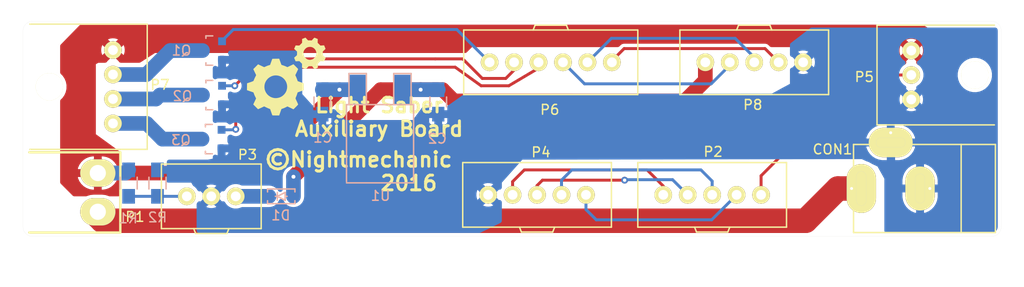
<source format=kicad_pcb>
(kicad_pcb (version 4) (host pcbnew 4.0.1-stable)

  (general
    (links 38)
    (no_connects 0)
    (area 69.994999 57.994999 170.005001 80.005001)
    (thickness 1.6)
    (drawings 22)
    (tracks 103)
    (zones 0)
    (modules 19)
    (nets 21)
  )

  (page A4)
  (layers
    (0 F.Cu signal)
    (31 B.Cu signal)
    (32 B.Adhes user)
    (33 F.Adhes user)
    (34 B.Paste user)
    (35 F.Paste user)
    (36 B.SilkS user)
    (37 F.SilkS user)
    (38 B.Mask user)
    (39 F.Mask user)
    (40 Dwgs.User user)
    (41 Cmts.User user)
    (42 Eco1.User user)
    (43 Eco2.User user)
    (44 Edge.Cuts user)
    (45 Margin user)
    (46 B.CrtYd user)
    (47 F.CrtYd user)
    (48 B.Fab user)
    (49 F.Fab user)
  )

  (setup
    (last_trace_width 0.3)
    (trace_clearance 0.2)
    (zone_clearance 0.35)
    (zone_45_only yes)
    (trace_min 0.2)
    (segment_width 0.2)
    (edge_width 0.01)
    (via_size 0.7)
    (via_drill 0.35)
    (via_min_size 0.4)
    (via_min_drill 0.3)
    (uvia_size 0.3)
    (uvia_drill 0.1)
    (uvias_allowed no)
    (uvia_min_size 0.2)
    (uvia_min_drill 0.1)
    (pcb_text_width 0.3)
    (pcb_text_size 1.5 1.5)
    (mod_edge_width 0.15)
    (mod_text_size 1 1)
    (mod_text_width 0.15)
    (pad_size 1.524 1.524)
    (pad_drill 0.762)
    (pad_to_mask_clearance 0.2)
    (aux_axis_origin 0 0)
    (grid_origin 70 80)
    (visible_elements 7FFEFFFF)
    (pcbplotparams
      (layerselection 0x010f0_80000001)
      (usegerberextensions true)
      (excludeedgelayer true)
      (linewidth 0.100000)
      (plotframeref false)
      (viasonmask false)
      (mode 1)
      (useauxorigin false)
      (hpglpennumber 1)
      (hpglpenspeed 20)
      (hpglpendiameter 15)
      (hpglpenoverlay 2)
      (psnegative false)
      (psa4output false)
      (plotreference true)
      (plotvalue false)
      (plotinvisibletext false)
      (padsonsilk false)
      (subtractmaskfromsilk false)
      (outputformat 1)
      (mirror false)
      (drillshape 0)
      (scaleselection 1)
      (outputdirectory Fabrication/))
  )

  (net 0 "")
  (net 1 +12V)
  (net 2 GND)
  (net 3 +5V)
  (net 4 /V_Batt)
  (net 5 "Net-(D1-Pad1)")
  (net 6 /MCU_AUDIO)
  (net 7 /MCU_SW1)
  (net 8 /MCU_SW2)
  (net 9 /MCU_SW3)
  (net 10 /MCU_SW4)
  (net 11 "Net-(P3-Pad3)")
  (net 12 /MCU_INT)
  (net 13 /MCU_R_LED)
  (net 14 /MCU_SDA)
  (net 15 /MCU_G_LED)
  (net 16 /MCU_B_LED)
  (net 17 /MCU_SCK)
  (net 18 "Net-(P7-Pad2)")
  (net 19 "Net-(P7-Pad3)")
  (net 20 "Net-(P7-Pad4)")

  (net_class Default "This is the default net class."
    (clearance 0.2)
    (trace_width 0.3)
    (via_dia 0.7)
    (via_drill 0.35)
    (uvia_dia 0.3)
    (uvia_drill 0.1)
    (add_net /MCU_AUDIO)
    (add_net /MCU_B_LED)
    (add_net /MCU_G_LED)
    (add_net /MCU_INT)
    (add_net /MCU_R_LED)
    (add_net /MCU_SCK)
    (add_net /MCU_SDA)
    (add_net /MCU_SW1)
    (add_net /MCU_SW2)
    (add_net /MCU_SW3)
    (add_net /MCU_SW4)
    (add_net GND)
    (add_net "Net-(P3-Pad3)")
  )

  (net_class V_12 ""
    (clearance 0.3)
    (trace_width 1.5)
    (via_dia 0.8)
    (via_drill 0.4)
    (uvia_dia 0.3)
    (uvia_drill 0.1)
    (add_net +12V)
    (add_net +5V)
    (add_net "Net-(D1-Pad1)")
    (add_net "Net-(P7-Pad2)")
    (add_net "Net-(P7-Pad3)")
    (add_net "Net-(P7-Pad4)")
  )

  (net_class V_batt ""
    (clearance 0.3)
    (trace_width 2.5)
    (via_dia 0.8)
    (via_drill 0.4)
    (uvia_dia 0.3)
    (uvia_drill 0.1)
    (add_net /V_Batt)
  )

  (module CDI_BARREL_JACK (layer F.Cu) (tedit 56C0E962) (tstamp 56BD2CBA)
    (at 161.9 75.1 180)
    (descr "DC Barrel Jack")
    (tags "Power Jack")
    (path /56BB9949)
    (fp_text reference CON1 (at 9.15 4 360) (layer F.SilkS)
      (effects (font (size 1 1) (thickness 0.15)))
    )
    (fp_text value BARREL_JACK (at 0 -5.99948 180) (layer F.Fab)
      (effects (font (size 1 1) (thickness 0.15)))
    )
    (fp_line (start 5.7 1.2) (end 5.7 -1.25) (layer F.CrtYd) (width 0.01))
    (fp_line (start 6.7 -1.25) (end 6.7 1.25) (layer F.CrtYd) (width 0.01))
    (fp_line (start 2.2 5.2) (end 4.2 5.2) (layer F.CrtYd) (width 0.01))
    (fp_line (start 4.2 4.2) (end 2.2 4.2) (layer F.CrtYd) (width 0.01))
    (fp_arc (start 4.2 4.7) (end 4.2 4.2) (angle 180) (layer F.CrtYd) (width 0.01))
    (fp_arc (start 2.2 4.7) (end 2.2 5.2) (angle 180) (layer F.CrtYd) (width 0.01))
    (fp_line (start -0.3 -1) (end -0.3 1) (layer F.CrtYd) (width 0.01))
    (fp_line (start 0.7 1) (end 0.7 -1) (layer F.CrtYd) (width 0.01))
    (fp_arc (start 0.2 1) (end 0.7 1) (angle 180) (layer F.CrtYd) (width 0.01))
    (fp_arc (start 0.2 -1) (end -0.3 -1) (angle 180) (layer F.CrtYd) (width 0.01))
    (fp_arc (start 6.2 1.25) (end 6.7 1.25) (angle 180) (layer F.CrtYd) (width 0.01))
    (fp_arc (start 6.2 -1.25) (end 5.7 -1.25) (angle 180) (layer F.CrtYd) (width 0.01))
    (fp_line (start -4.0005 -4.50088) (end -4.0005 4.50088) (layer F.SilkS) (width 0.15))
    (fp_line (start -7.50062 -4.50088) (end -7.50062 4.50088) (layer F.SilkS) (width 0.15))
    (fp_line (start -7.50062 4.50088) (end 7.00024 4.50088) (layer F.SilkS) (width 0.15))
    (fp_line (start 7.00024 4.50088) (end 7.00024 -4.50088) (layer F.SilkS) (width 0.15))
    (fp_line (start 7.00024 -4.50088) (end -7.50062 -4.50088) (layer F.SilkS) (width 0.15))
    (pad 1 thru_hole oval (at 7.2 0 180) (size 3 5) (drill 0.3 (offset -1 0)) (layers *.Cu *.Mask F.SilkS)
      (net 4 /V_Batt))
    (pad 2 thru_hole oval (at -0.8 0 180) (size 3 4.5) (drill 0.3 (offset 1 0)) (layers *.Cu *.Mask F.SilkS)
      (net 2 GND))
    (pad 3 thru_hole oval (at 3.2 5.7 180) (size 4.5 3) (drill 0.3 (offset 0 -1)) (layers *.Cu *.Mask F.SilkS)
      (net 2 GND))
  )

  (module TO-252-2Lead-D-PAK (layer B.Cu) (tedit 56BD46E7) (tstamp 56BD2D67)
    (at 106.5 65)
    (descr "DPAK / TO-252 2-lead smd package")
    (tags "dpak TO-252")
    (path /56BB95E2)
    (attr smd)
    (fp_text reference U1 (at 0.05 10.85) (layer B.SilkS)
      (effects (font (size 1 1) (thickness 0.15)) (justify mirror))
    )
    (fp_text value MC78M05CDT (at 0 2.413) (layer B.Fab)
      (effects (font (size 1 1) (thickness 0.15)) (justify mirror))
    )
    (fp_line (start 1.397 1.524) (end 1.397 -1.651) (layer B.SilkS) (width 0.15))
    (fp_line (start 1.397 -1.651) (end 3.175 -1.651) (layer B.SilkS) (width 0.15))
    (fp_line (start 3.175 -1.651) (end 3.175 1.524) (layer B.SilkS) (width 0.15))
    (fp_line (start -3.175 1.524) (end -3.175 -1.651) (layer B.SilkS) (width 0.15))
    (fp_line (start -3.175 -1.651) (end -1.397 -1.651) (layer B.SilkS) (width 0.15))
    (fp_line (start -1.397 -1.651) (end -1.397 1.524) (layer B.SilkS) (width 0.15))
    (fp_line (start 3.429 7.62) (end 3.429 1.524) (layer B.SilkS) (width 0.15))
    (fp_line (start 3.429 1.524) (end -3.429 1.524) (layer B.SilkS) (width 0.15))
    (fp_line (start -3.429 1.524) (end -3.429 9.398) (layer B.SilkS) (width 0.15))
    (fp_line (start -3.429 9.525) (end 3.429 9.525) (layer B.SilkS) (width 0.15))
    (fp_line (start 3.429 9.398) (end 3.429 7.62) (layer B.SilkS) (width 0.15))
    (pad 1 smd rect (at -2.286 0) (size 1.651 3.048) (layers B.Cu B.Paste B.Mask)
      (net 1 +12V))
    (pad 2 smd rect (at 0 6.35) (size 6.3 6.1) (layers B.Cu B.Paste B.Mask)
      (net 2 GND) (zone_connect 2))
    (pad 3 smd rect (at 2.286 0) (size 1.651 3.048) (layers B.Cu B.Paste B.Mask)
      (net 3 +5V))
    (model TO_SOT_Packages_SMD.3dshapes/TO-252-2Lead.wrl
      (at (xyz 0 0 0))
      (scale (xyz 1 1 1))
      (rotate (xyz 0 0 0))
    )
  )

  (module Capacitors_SMD:C_0805_HandSoldering (layer B.Cu) (tedit 56BD42F4) (tstamp 56BD2C9C)
    (at 100.6 66.25 270)
    (descr "Capacitor SMD 0805, hand soldering")
    (tags "capacitor 0805")
    (path /56BB973C)
    (attr smd)
    (fp_text reference C1 (at 3.65 -0.05 360) (layer B.SilkS)
      (effects (font (size 1 1) (thickness 0.15)) (justify mirror))
    )
    (fp_text value 0.33uF (at 0 -2.1 270) (layer B.Fab)
      (effects (font (size 1 1) (thickness 0.15)) (justify mirror))
    )
    (fp_line (start -2.3 1) (end 2.3 1) (layer B.CrtYd) (width 0.05))
    (fp_line (start -2.3 -1) (end 2.3 -1) (layer B.CrtYd) (width 0.05))
    (fp_line (start -2.3 1) (end -2.3 -1) (layer B.CrtYd) (width 0.05))
    (fp_line (start 2.3 1) (end 2.3 -1) (layer B.CrtYd) (width 0.05))
    (fp_line (start 0.5 0.85) (end -0.5 0.85) (layer B.SilkS) (width 0.15))
    (fp_line (start -0.5 -0.85) (end 0.5 -0.85) (layer B.SilkS) (width 0.15))
    (pad 1 smd rect (at -1.25 0 270) (size 1.5 1.25) (layers B.Cu B.Paste B.Mask)
      (net 1 +12V))
    (pad 2 smd rect (at 1.25 0 270) (size 1.5 1.25) (layers B.Cu B.Paste B.Mask)
      (net 2 GND))
    (model Capacitors_SMD.3dshapes/C_0805_HandSoldering.wrl
      (at (xyz 0 0 0))
      (scale (xyz 1 1 1))
      (rotate (xyz 0 0 0))
    )
  )

  (module Capacitors_SMD:C_0805_HandSoldering (layer B.Cu) (tedit 56BD42EA) (tstamp 56BD2CA2)
    (at 112.45 66.25 270)
    (descr "Capacitor SMD 0805, hand soldering")
    (tags "capacitor 0805")
    (path /56BB9C1D)
    (attr smd)
    (fp_text reference C2 (at 3.75 0.1 360) (layer B.SilkS)
      (effects (font (size 1 1) (thickness 0.15)) (justify mirror))
    )
    (fp_text value 0.33uF (at 0 -2.1 270) (layer B.Fab)
      (effects (font (size 1 1) (thickness 0.15)) (justify mirror))
    )
    (fp_line (start -2.3 1) (end 2.3 1) (layer B.CrtYd) (width 0.05))
    (fp_line (start -2.3 -1) (end 2.3 -1) (layer B.CrtYd) (width 0.05))
    (fp_line (start -2.3 1) (end -2.3 -1) (layer B.CrtYd) (width 0.05))
    (fp_line (start 2.3 1) (end 2.3 -1) (layer B.CrtYd) (width 0.05))
    (fp_line (start 0.5 0.85) (end -0.5 0.85) (layer B.SilkS) (width 0.15))
    (fp_line (start -0.5 -0.85) (end 0.5 -0.85) (layer B.SilkS) (width 0.15))
    (pad 1 smd rect (at -1.25 0 270) (size 1.5 1.25) (layers B.Cu B.Paste B.Mask)
      (net 3 +5V))
    (pad 2 smd rect (at 1.25 0 270) (size 1.5 1.25) (layers B.Cu B.Paste B.Mask)
      (net 2 GND))
    (model Capacitors_SMD.3dshapes/C_0805_HandSoldering.wrl
      (at (xyz 0 0 0))
      (scale (xyz 1 1 1))
      (rotate (xyz 0 0 0))
    )
  )

  (module Nightmechanic_PCB:SOD-323 (layer B.Cu) (tedit 56BD42FA) (tstamp 56BD2CCC)
    (at 96.4 75.9)
    (path /56BBBD55)
    (fp_text reference D1 (at -0.05 1.95) (layer B.SilkS)
      (effects (font (size 1 1) (thickness 0.15)) (justify mirror))
    )
    (fp_text value BAS3010B (at 0 -1.8) (layer B.Fab)
      (effects (font (size 1 1) (thickness 0.15)) (justify mirror))
    )
    (fp_line (start 1.4 -0.45) (end 1.4 -0.75) (layer B.SilkS) (width 0.15))
    (fp_line (start 1.4 -0.75) (end -1.4 -0.75) (layer B.SilkS) (width 0.15))
    (fp_line (start -1.4 -0.75) (end -1.4 -0.45) (layer B.SilkS) (width 0.15))
    (fp_line (start -1.4 0.45) (end -1.4 0.75) (layer B.SilkS) (width 0.15))
    (fp_line (start -1.4 0.75) (end 1.4 0.75) (layer B.SilkS) (width 0.15))
    (fp_line (start 1.4 0.75) (end 1.4 0.45) (layer B.SilkS) (width 0.15))
    (fp_line (start -0.4 0) (end -0.6 0) (layer B.SilkS) (width 0.15))
    (fp_line (start 0.4 0) (end 0.6 0) (layer B.SilkS) (width 0.15))
    (fp_line (start -0.4 0) (end 0.4 0.41) (layer B.SilkS) (width 0.15))
    (fp_line (start 0.4 0.41) (end 0.4 -0.4) (layer B.SilkS) (width 0.15))
    (fp_line (start 0.4 -0.4) (end -0.4 0.01) (layer B.SilkS) (width 0.15))
    (fp_line (start -0.4 0.4) (end -0.4 -0.4) (layer B.SilkS) (width 0.15))
    (pad 1 smd rect (at -1.25 0) (size 0.8 0.6) (layers B.Cu B.Paste B.Mask)
      (net 5 "Net-(D1-Pad1)"))
    (pad 2 smd rect (at 1.25 0) (size 0.8 0.6) (layers B.Cu B.Paste B.Mask)
      (net 3 +5V))
  )

  (module Nightmechanic_PCB:B2PS-VH (layer F.Cu) (tedit 56BD3E4B) (tstamp 56BD2CD7)
    (at 77.65 75.5 270)
    (path /56BB96C5)
    (fp_text reference P1 (at 2.5 -3.8 360) (layer F.SilkS)
      (effects (font (size 1 1) (thickness 0.15)))
    )
    (fp_text value JST_B2PS_VH (at -0.11 -3.7 270) (layer F.Fab)
      (effects (font (size 1 1) (thickness 0.15)))
    )
    (fp_line (start 4.1 -2.3) (end -4.1 -2.3) (layer F.SilkS) (width 0.25))
    (fp_line (start 4.1 7) (end 4.1 -2.3) (layer F.SilkS) (width 0.25))
    (fp_line (start -4.1 -2.3) (end -4.1 7) (layer F.SilkS) (width 0.25))
    (fp_text user "(7.2mm Min, 11mm Max)" (at 0.01 8.46 270) (layer F.CrtYd)
      (effects (font (size 1 1) (thickness 0.15)))
    )
    (fp_line (start -4.53 7.2) (end 4.46 7.2) (layer F.CrtYd) (width 0.15))
    (pad 2 thru_hole oval (at -1.98 0 270) (size 2.8 3.6) (drill 1.65) (layers *.Cu *.Mask F.SilkS)
      (net 1 +12V))
    (pad 1 thru_hole oval (at 1.98 0 270) (size 2.8 3.6) (drill 1.65) (layers *.Cu *.Mask F.SilkS)
      (net 4 /V_Batt))
  )

  (module Nightmechanic_PCB:JST_B05B_XASK_1 (layer F.Cu) (tedit 56BD3E24) (tstamp 56BD2CE7)
    (at 140.45 75.75 180)
    (path /56BBE7C7)
    (fp_text reference P2 (at -0.1 4.4 180) (layer F.SilkS)
      (effects (font (size 1 1) (thickness 0.15)))
    )
    (fp_text value JST_B05B-XASK-1 (at 0 4.5 180) (layer F.Fab)
      (effects (font (size 1 1) (thickness 0.15)))
    )
    (fp_line (start -1.8 -3.3) (end -1.6 -3.8) (layer F.SilkS) (width 0.15))
    (fp_line (start -1.6 -3.8) (end 1.6 -3.8) (layer F.SilkS) (width 0.15))
    (fp_line (start 1.6 -3.8) (end 1.8 -3.3) (layer F.SilkS) (width 0.15))
    (fp_line (start 7.6 3.3) (end 7.6 -3.3) (layer F.SilkS) (width 0.15))
    (fp_line (start 7.6 -3.3) (end -7.6 -3.3) (layer F.SilkS) (width 0.15))
    (fp_line (start -7.6 -3.3) (end -7.6 3.3) (layer F.SilkS) (width 0.15))
    (fp_line (start -7.6 3.3) (end 7.6 3.3) (layer F.SilkS) (width 0.15))
    (pad 5 thru_hole circle (at 5 0 180) (size 1.8 1.8) (drill 1) (layers *.Cu *.Mask F.SilkS)
      (net 10 /MCU_SW4))
    (pad 1 thru_hole circle (at -5 0 180) (size 1.8 1.8) (drill 1) (layers *.Cu *.Mask F.SilkS)
      (net 6 /MCU_AUDIO))
    (pad 2 thru_hole circle (at -2.5 0 180) (size 1.8 1.8) (drill 1) (layers *.Cu *.Mask F.SilkS)
      (net 7 /MCU_SW1))
    (pad 3 thru_hole circle (at 0 0 180) (size 1.8 1.8) (drill 1) (layers *.Cu *.Mask F.SilkS)
      (net 8 /MCU_SW2))
    (pad 4 thru_hole circle (at 2.5 0 180) (size 1.8 1.8) (drill 1) (layers *.Cu *.Mask F.SilkS)
      (net 9 /MCU_SW3))
  )

  (module Nightmechanic_PCB:JST_B03B_XASK_1 (layer F.Cu) (tedit 56BD3E3E) (tstamp 56BD2CF5)
    (at 89.25 75.9 180)
    (path /56BBB140)
    (fp_text reference P3 (at -3.7 4.25 180) (layer F.SilkS)
      (effects (font (size 1 1) (thickness 0.15)))
    )
    (fp_text value JST_B03B-XASK-1 (at 0 4.5 180) (layer F.Fab)
      (effects (font (size 1 1) (thickness 0.15)))
    )
    (fp_line (start -1.8 -3.3) (end -1.6 -3.8) (layer F.SilkS) (width 0.15))
    (fp_line (start -1.6 -3.8) (end 1.6 -3.8) (layer F.SilkS) (width 0.15))
    (fp_line (start 1.6 -3.8) (end 1.8 -3.3) (layer F.SilkS) (width 0.15))
    (fp_line (start 5.1 3.3) (end 5.1 -3.3) (layer F.SilkS) (width 0.15))
    (fp_line (start 5.1 -3.3) (end -5.1 -3.3) (layer F.SilkS) (width 0.15))
    (fp_line (start -5.1 -3.3) (end -5.1 3.3) (layer F.SilkS) (width 0.15))
    (fp_line (start -5.1 3.3) (end 5.1 3.3) (layer F.SilkS) (width 0.15))
    (pad 1 thru_hole circle (at -2.5 0 180) (size 1.8 1.8) (drill 1) (layers *.Cu *.Mask F.SilkS)
      (net 5 "Net-(D1-Pad1)"))
    (pad 2 thru_hole circle (at 0 0 180) (size 1.8 1.8) (drill 1) (layers *.Cu *.Mask F.SilkS)
      (net 2 GND))
    (pad 3 thru_hole circle (at 2.5 0 180) (size 1.8 1.8) (drill 1) (layers *.Cu *.Mask F.SilkS)
      (net 11 "Net-(P3-Pad3)"))
  )

  (module Nightmechanic_PCB:JST_B05B_XASK_1 (layer F.Cu) (tedit 56BD3E32) (tstamp 56BD2D05)
    (at 122.55 75.75 180)
    (path /56BBDB0E)
    (fp_text reference P4 (at -0.4 4.35 180) (layer F.SilkS)
      (effects (font (size 1 1) (thickness 0.15)))
    )
    (fp_text value JST_B05B-XASK-1 (at 0 4.5 180) (layer F.Fab)
      (effects (font (size 1 1) (thickness 0.15)))
    )
    (fp_line (start -1.8 -3.3) (end -1.6 -3.8) (layer F.SilkS) (width 0.15))
    (fp_line (start -1.6 -3.8) (end 1.6 -3.8) (layer F.SilkS) (width 0.15))
    (fp_line (start 1.6 -3.8) (end 1.8 -3.3) (layer F.SilkS) (width 0.15))
    (fp_line (start 7.6 3.3) (end 7.6 -3.3) (layer F.SilkS) (width 0.15))
    (fp_line (start 7.6 -3.3) (end -7.6 -3.3) (layer F.SilkS) (width 0.15))
    (fp_line (start -7.6 -3.3) (end -7.6 3.3) (layer F.SilkS) (width 0.15))
    (fp_line (start -7.6 3.3) (end 7.6 3.3) (layer F.SilkS) (width 0.15))
    (pad 5 thru_hole circle (at 5 0 180) (size 1.8 1.8) (drill 1) (layers *.Cu *.Mask F.SilkS)
      (net 2 GND))
    (pad 1 thru_hole circle (at -5 0 180) (size 1.8 1.8) (drill 1) (layers *.Cu *.Mask F.SilkS)
      (net 7 /MCU_SW1))
    (pad 2 thru_hole circle (at -2.5 0 180) (size 1.8 1.8) (drill 1) (layers *.Cu *.Mask F.SilkS)
      (net 8 /MCU_SW2))
    (pad 3 thru_hole circle (at 0 0 180) (size 1.8 1.8) (drill 1) (layers *.Cu *.Mask F.SilkS)
      (net 9 /MCU_SW3))
    (pad 4 thru_hole circle (at 2.5 0 180) (size 1.8 1.8) (drill 1) (layers *.Cu *.Mask F.SilkS)
      (net 10 /MCU_SW4))
  )

  (module Nightmechanic_PCB:JST_S03B_XASK_1 (layer F.Cu) (tedit 56BD3E69) (tstamp 56BD2D11)
    (at 160.8 63.5 90)
    (path /56BBC68C)
    (fp_text reference P5 (at -0.2 -4.8 180) (layer F.SilkS)
      (effects (font (size 1 1) (thickness 0.15)))
    )
    (fp_text value JST_S03B-XASK-1 (at 0.4 10.7 90) (layer F.Fab)
      (effects (font (size 1 1) (thickness 0.15)))
    )
    (fp_line (start 5.1 8.5) (end 5.1 -3.5) (layer F.SilkS) (width 0.15))
    (fp_line (start 5.1 -3.5) (end -5.1 -3.5) (layer F.SilkS) (width 0.15))
    (fp_line (start -5.1 -3.5) (end -5.1 8.5) (layer F.SilkS) (width 0.15))
    (fp_line (start -3.8 9.2) (end 3.8 9.2) (layer F.CrtYd) (width 0.15))
    (pad 1 thru_hole circle (at -2.5 0 90) (size 1.8 1.8) (drill 1) (layers *.Cu *.Mask F.SilkS)
      (net 2 GND))
    (pad 2 thru_hole circle (at 0 0 90) (size 1.8 1.8) (drill 1) (layers *.Cu *.Mask F.SilkS)
      (net 6 /MCU_AUDIO))
    (pad 3 thru_hole circle (at 2.5 0 90) (size 1.8 1.8) (drill 1) (layers *.Cu *.Mask F.SilkS)
      (net 1 +12V))
    (pad "" np_thru_hole circle (at 0 6.5 90) (size 2.8 2.8) (drill 2.8) (layers *.Cu *.Mask F.SilkS))
  )

  (module Nightmechanic_PCB:JST_B06B_XASK_1 (layer F.Cu) (tedit 56BD3E2B) (tstamp 56BD2D22)
    (at 123.95 62.2)
    (path /56BC056A)
    (fp_text reference P6 (at -0.1 4.85) (layer F.SilkS)
      (effects (font (size 1 1) (thickness 0.15)))
    )
    (fp_text value JST_B06B-XASK-1 (at 0 4.5) (layer F.Fab)
      (effects (font (size 1 1) (thickness 0.15)))
    )
    (fp_line (start -1.8 -3.3) (end -1.6 -3.8) (layer F.SilkS) (width 0.15))
    (fp_line (start -1.6 -3.8) (end 1.6 -3.8) (layer F.SilkS) (width 0.15))
    (fp_line (start 1.6 -3.8) (end 1.8 -3.3) (layer F.SilkS) (width 0.15))
    (fp_line (start 8.9 3.3) (end 8.9 -3.3) (layer F.SilkS) (width 0.15))
    (fp_line (start 8.9 -3.3) (end -8.9 -3.3) (layer F.SilkS) (width 0.15))
    (fp_line (start -8.9 -3.3) (end -8.9 3.3) (layer F.SilkS) (width 0.15))
    (fp_line (start -8.9 3.3) (end 8.9 3.3) (layer F.SilkS) (width 0.15))
    (pad 6 thru_hole circle (at 6.25 0) (size 1.8 1.8) (drill 1) (layers *.Cu *.Mask F.SilkS)
      (net 12 /MCU_INT))
    (pad 1 thru_hole circle (at -6.25 0) (size 1.8 1.8) (drill 1) (layers *.Cu *.Mask F.SilkS)
      (net 13 /MCU_R_LED))
    (pad 5 thru_hole circle (at 3.75 0) (size 1.8 1.8) (drill 1) (layers *.Cu *.Mask F.SilkS)
      (net 14 /MCU_SDA))
    (pad 2 thru_hole circle (at -3.75 0) (size 1.8 1.8) (drill 1) (layers *.Cu *.Mask F.SilkS)
      (net 15 /MCU_G_LED))
    (pad 3 thru_hole circle (at -1.25 0) (size 1.8 1.8) (drill 1) (layers *.Cu *.Mask F.SilkS)
      (net 16 /MCU_B_LED))
    (pad 4 thru_hole circle (at 1.25 0) (size 1.8 1.8) (drill 1) (layers *.Cu *.Mask F.SilkS)
      (net 17 /MCU_SCK))
  )

  (module Nightmechanic_PCB:JST_S04B_XASK_1 (layer F.Cu) (tedit 56BD3E59) (tstamp 56BD2D2F)
    (at 79.2 64.7 270)
    (path /56BBA93E)
    (fp_text reference P7 (at -0.2 -4.8 360) (layer F.SilkS)
      (effects (font (size 1 1) (thickness 0.15)))
    )
    (fp_text value JST_S04B-XASK-1 (at 0.4 10.7 270) (layer F.Fab)
      (effects (font (size 1 1) (thickness 0.15)))
    )
    (fp_line (start 6.4 8.5) (end 6.4 -3.5) (layer F.SilkS) (width 0.15))
    (fp_line (start 6.4 -3.5) (end -6.4 -3.5) (layer F.SilkS) (width 0.15))
    (fp_line (start -6.4 -3.5) (end -6.4 8.5) (layer F.SilkS) (width 0.15))
    (fp_line (start -3.8 9.2) (end 3.8 9.2) (layer F.CrtYd) (width 0.15))
    (pad 1 thru_hole circle (at -3.75 0 270) (size 1.8 1.8) (drill 1) (layers *.Cu *.Mask F.SilkS)
      (net 1 +12V))
    (pad "" np_thru_hole circle (at 0 6.5 270) (size 2.8 2.8) (drill 2.8) (layers *.Cu *.Mask F.SilkS))
    (pad 2 thru_hole circle (at -1.25 0 270) (size 1.8 1.8) (drill 1) (layers *.Cu *.Mask F.SilkS)
      (net 18 "Net-(P7-Pad2)"))
    (pad 3 thru_hole circle (at 1.25 0 270) (size 1.8 1.8) (drill 1) (layers *.Cu *.Mask F.SilkS)
      (net 19 "Net-(P7-Pad3)"))
    (pad 4 thru_hole circle (at 3.75 0 270) (size 1.8 1.8) (drill 1) (layers *.Cu *.Mask F.SilkS)
      (net 20 "Net-(P7-Pad4)"))
  )

  (module Nightmechanic_PCB:JST_B05B_XASK_1 (layer F.Cu) (tedit 56BD3E1C) (tstamp 56BD2D3F)
    (at 144.75 62.2)
    (path /56BBD4F7)
    (fp_text reference P8 (at -0.15 4.35) (layer F.SilkS)
      (effects (font (size 1 1) (thickness 0.15)))
    )
    (fp_text value JST_B05B-XASK-1 (at 0 4.5) (layer F.Fab)
      (effects (font (size 1 1) (thickness 0.15)))
    )
    (fp_line (start -1.8 -3.3) (end -1.6 -3.8) (layer F.SilkS) (width 0.15))
    (fp_line (start -1.6 -3.8) (end 1.6 -3.8) (layer F.SilkS) (width 0.15))
    (fp_line (start 1.6 -3.8) (end 1.8 -3.3) (layer F.SilkS) (width 0.15))
    (fp_line (start 7.6 3.3) (end 7.6 -3.3) (layer F.SilkS) (width 0.15))
    (fp_line (start 7.6 -3.3) (end -7.6 -3.3) (layer F.SilkS) (width 0.15))
    (fp_line (start -7.6 -3.3) (end -7.6 3.3) (layer F.SilkS) (width 0.15))
    (fp_line (start -7.6 3.3) (end 7.6 3.3) (layer F.SilkS) (width 0.15))
    (pad 5 thru_hole circle (at 5 0) (size 1.8 1.8) (drill 1) (layers *.Cu *.Mask F.SilkS)
      (net 2 GND))
    (pad 1 thru_hole circle (at -5 0) (size 1.8 1.8) (drill 1) (layers *.Cu *.Mask F.SilkS)
      (net 3 +5V))
    (pad 2 thru_hole circle (at -2.5 0) (size 1.8 1.8) (drill 1) (layers *.Cu *.Mask F.SilkS)
      (net 17 /MCU_SCK))
    (pad 3 thru_hole circle (at 0 0) (size 1.8 1.8) (drill 1) (layers *.Cu *.Mask F.SilkS)
      (net 14 /MCU_SDA))
    (pad 4 thru_hole circle (at 2.5 0) (size 1.8 1.8) (drill 1) (layers *.Cu *.Mask F.SilkS)
      (net 12 /MCU_INT))
  )

  (module TO_SOT_Packages_SMD:SOT-23 (layer B.Cu) (tedit 56BD4321) (tstamp 56BD2D46)
    (at 89.35 61 270)
    (descr "SOT-23, Standard")
    (tags SOT-23)
    (path /56BB9D77)
    (attr smd)
    (fp_text reference Q1 (at 0 3.15 360) (layer B.SilkS)
      (effects (font (size 1 1) (thickness 0.15)) (justify mirror))
    )
    (fp_text value Si2312CDS (at 0 -2.3 270) (layer B.Fab)
      (effects (font (size 1 1) (thickness 0.15)) (justify mirror))
    )
    (fp_line (start -1.65 1.6) (end 1.65 1.6) (layer B.CrtYd) (width 0.05))
    (fp_line (start 1.65 1.6) (end 1.65 -1.6) (layer B.CrtYd) (width 0.05))
    (fp_line (start 1.65 -1.6) (end -1.65 -1.6) (layer B.CrtYd) (width 0.05))
    (fp_line (start -1.65 -1.6) (end -1.65 1.6) (layer B.CrtYd) (width 0.05))
    (fp_line (start 1.29916 0.65024) (end 1.2509 0.65024) (layer B.SilkS) (width 0.15))
    (fp_line (start -1.49982 -0.0508) (end -1.49982 0.65024) (layer B.SilkS) (width 0.15))
    (fp_line (start -1.49982 0.65024) (end -1.2509 0.65024) (layer B.SilkS) (width 0.15))
    (fp_line (start 1.29916 0.65024) (end 1.49982 0.65024) (layer B.SilkS) (width 0.15))
    (fp_line (start 1.49982 0.65024) (end 1.49982 -0.0508) (layer B.SilkS) (width 0.15))
    (pad 1 smd rect (at -0.95 -1.00076 270) (size 0.8001 0.8001) (layers B.Cu B.Paste B.Mask)
      (net 13 /MCU_R_LED))
    (pad 2 smd rect (at 0.95 -1.00076 270) (size 0.8001 0.8001) (layers B.Cu B.Paste B.Mask)
      (net 2 GND))
    (pad 3 smd rect (at 0 0.99822 270) (size 0.8001 0.8001) (layers B.Cu B.Paste B.Mask)
      (net 18 "Net-(P7-Pad2)"))
    (model TO_SOT_Packages_SMD.3dshapes/SOT-23.wrl
      (at (xyz 0 0 0))
      (scale (xyz 1 1 1))
      (rotate (xyz 0 0 0))
    )
  )

  (module TO_SOT_Packages_SMD:SOT-23 (layer B.Cu) (tedit 56BD4318) (tstamp 56BD2D4D)
    (at 89.35 65.55 270)
    (descr "SOT-23, Standard")
    (tags SOT-23)
    (path /56BB9E80)
    (attr smd)
    (fp_text reference Q2 (at 0.1 3.05 360) (layer B.SilkS)
      (effects (font (size 1 1) (thickness 0.15)) (justify mirror))
    )
    (fp_text value Si2312CDS (at 0 -2.3 270) (layer B.Fab)
      (effects (font (size 1 1) (thickness 0.15)) (justify mirror))
    )
    (fp_line (start -1.65 1.6) (end 1.65 1.6) (layer B.CrtYd) (width 0.05))
    (fp_line (start 1.65 1.6) (end 1.65 -1.6) (layer B.CrtYd) (width 0.05))
    (fp_line (start 1.65 -1.6) (end -1.65 -1.6) (layer B.CrtYd) (width 0.05))
    (fp_line (start -1.65 -1.6) (end -1.65 1.6) (layer B.CrtYd) (width 0.05))
    (fp_line (start 1.29916 0.65024) (end 1.2509 0.65024) (layer B.SilkS) (width 0.15))
    (fp_line (start -1.49982 -0.0508) (end -1.49982 0.65024) (layer B.SilkS) (width 0.15))
    (fp_line (start -1.49982 0.65024) (end -1.2509 0.65024) (layer B.SilkS) (width 0.15))
    (fp_line (start 1.29916 0.65024) (end 1.49982 0.65024) (layer B.SilkS) (width 0.15))
    (fp_line (start 1.49982 0.65024) (end 1.49982 -0.0508) (layer B.SilkS) (width 0.15))
    (pad 1 smd rect (at -0.95 -1.00076 270) (size 0.8001 0.8001) (layers B.Cu B.Paste B.Mask)
      (net 15 /MCU_G_LED))
    (pad 2 smd rect (at 0.95 -1.00076 270) (size 0.8001 0.8001) (layers B.Cu B.Paste B.Mask)
      (net 2 GND))
    (pad 3 smd rect (at 0 0.99822 270) (size 0.8001 0.8001) (layers B.Cu B.Paste B.Mask)
      (net 19 "Net-(P7-Pad3)"))
    (model TO_SOT_Packages_SMD.3dshapes/SOT-23.wrl
      (at (xyz 0 0 0))
      (scale (xyz 1 1 1))
      (rotate (xyz 0 0 0))
    )
  )

  (module TO_SOT_Packages_SMD:SOT-23 (layer B.Cu) (tedit 56BD4314) (tstamp 56BD2D54)
    (at 89.3 70.05 270)
    (descr "SOT-23, Standard")
    (tags SOT-23)
    (path /56BB9ED9)
    (attr smd)
    (fp_text reference Q3 (at 0.1 3.15 360) (layer B.SilkS)
      (effects (font (size 1 1) (thickness 0.15)) (justify mirror))
    )
    (fp_text value Si2312CDS (at 0 -2.3 270) (layer B.Fab)
      (effects (font (size 1 1) (thickness 0.15)) (justify mirror))
    )
    (fp_line (start -1.65 1.6) (end 1.65 1.6) (layer B.CrtYd) (width 0.05))
    (fp_line (start 1.65 1.6) (end 1.65 -1.6) (layer B.CrtYd) (width 0.05))
    (fp_line (start 1.65 -1.6) (end -1.65 -1.6) (layer B.CrtYd) (width 0.05))
    (fp_line (start -1.65 -1.6) (end -1.65 1.6) (layer B.CrtYd) (width 0.05))
    (fp_line (start 1.29916 0.65024) (end 1.2509 0.65024) (layer B.SilkS) (width 0.15))
    (fp_line (start -1.49982 -0.0508) (end -1.49982 0.65024) (layer B.SilkS) (width 0.15))
    (fp_line (start -1.49982 0.65024) (end -1.2509 0.65024) (layer B.SilkS) (width 0.15))
    (fp_line (start 1.29916 0.65024) (end 1.49982 0.65024) (layer B.SilkS) (width 0.15))
    (fp_line (start 1.49982 0.65024) (end 1.49982 -0.0508) (layer B.SilkS) (width 0.15))
    (pad 1 smd rect (at -0.95 -1.00076 270) (size 0.8001 0.8001) (layers B.Cu B.Paste B.Mask)
      (net 16 /MCU_B_LED))
    (pad 2 smd rect (at 0.95 -1.00076 270) (size 0.8001 0.8001) (layers B.Cu B.Paste B.Mask)
      (net 2 GND))
    (pad 3 smd rect (at 0 0.99822 270) (size 0.8001 0.8001) (layers B.Cu B.Paste B.Mask)
      (net 20 "Net-(P7-Pad4)"))
    (model TO_SOT_Packages_SMD.3dshapes/SOT-23.wrl
      (at (xyz 0 0 0))
      (scale (xyz 1 1 1))
      (rotate (xyz 0 0 0))
    )
  )

  (module Resistors_SMD:R_0805_HandSoldering (layer B.Cu) (tedit 56BD430A) (tstamp 56BD2D5A)
    (at 80.8 74.55 270)
    (descr "Resistor SMD 0805, hand soldering")
    (tags "resistor 0805")
    (path /56BBB5BE)
    (attr smd)
    (fp_text reference R1 (at 3.6 0.05 360) (layer B.SilkS)
      (effects (font (size 1 1) (thickness 0.15)) (justify mirror))
    )
    (fp_text value 47k (at 0 -2.1 270) (layer B.Fab)
      (effects (font (size 1 1) (thickness 0.15)) (justify mirror))
    )
    (fp_line (start -2.4 1) (end 2.4 1) (layer B.CrtYd) (width 0.05))
    (fp_line (start -2.4 -1) (end 2.4 -1) (layer B.CrtYd) (width 0.05))
    (fp_line (start -2.4 1) (end -2.4 -1) (layer B.CrtYd) (width 0.05))
    (fp_line (start 2.4 1) (end 2.4 -1) (layer B.CrtYd) (width 0.05))
    (fp_line (start 0.6 -0.875) (end -0.6 -0.875) (layer B.SilkS) (width 0.15))
    (fp_line (start -0.6 0.875) (end 0.6 0.875) (layer B.SilkS) (width 0.15))
    (pad 1 smd rect (at -1.35 0 270) (size 1.5 1.3) (layers B.Cu B.Paste B.Mask)
      (net 1 +12V))
    (pad 2 smd rect (at 1.35 0 270) (size 1.5 1.3) (layers B.Cu B.Paste B.Mask)
      (net 11 "Net-(P3-Pad3)"))
    (model Resistors_SMD.3dshapes/R_0805_HandSoldering.wrl
      (at (xyz 0 0 0))
      (scale (xyz 1 1 1))
      (rotate (xyz 0 0 0))
    )
  )

  (module Resistors_SMD:R_0805_HandSoldering (layer B.Cu) (tedit 56BD4302) (tstamp 56BD2D60)
    (at 83.75 74.55 90)
    (descr "Resistor SMD 0805, hand soldering")
    (tags "resistor 0805")
    (path /56BBB5F9)
    (attr smd)
    (fp_text reference R2 (at -3.5 0 180) (layer B.SilkS)
      (effects (font (size 1 1) (thickness 0.15)) (justify mirror))
    )
    (fp_text value 10k (at 0 -2.1 90) (layer B.Fab)
      (effects (font (size 1 1) (thickness 0.15)) (justify mirror))
    )
    (fp_line (start -2.4 1) (end 2.4 1) (layer B.CrtYd) (width 0.05))
    (fp_line (start -2.4 -1) (end 2.4 -1) (layer B.CrtYd) (width 0.05))
    (fp_line (start -2.4 1) (end -2.4 -1) (layer B.CrtYd) (width 0.05))
    (fp_line (start 2.4 1) (end 2.4 -1) (layer B.CrtYd) (width 0.05))
    (fp_line (start 0.6 -0.875) (end -0.6 -0.875) (layer B.SilkS) (width 0.15))
    (fp_line (start -0.6 0.875) (end 0.6 0.875) (layer B.SilkS) (width 0.15))
    (pad 1 smd rect (at -1.35 0 90) (size 1.5 1.3) (layers B.Cu B.Paste B.Mask)
      (net 11 "Net-(P3-Pad3)"))
    (pad 2 smd rect (at 1.35 0 90) (size 1.5 1.3) (layers B.Cu B.Paste B.Mask)
      (net 2 GND))
    (model Resistors_SMD.3dshapes/R_0805_HandSoldering.wrl
      (at (xyz 0 0 0))
      (scale (xyz 1 1 1))
      (rotate (xyz 0 0 0))
    )
  )

  (module Logos:Gears_F.SilkS_10mm (layer F.Cu) (tedit 0) (tstamp 56BD4AA0)
    (at 96.9 63.65)
    (fp_text reference VAL (at 0 0) (layer F.SilkS) hide
      (effects (font (size 0.381 0.381) (thickness 0.127)))
    )
    (fp_text value REF (at 0 0) (layer F.SilkS) hide
      (effects (font (size 0.381 0.381) (thickness 0.127)))
    )
    (fp_poly (pts (xy 1.79832 1.40208) (xy 1.4859 1.51638) (xy 1.17094 1.63068) (xy 1.143 1.73736)
      (xy 1.12776 1.78562) (xy 1.10998 1.83896) (xy 1.08712 1.90246) (xy 1.05664 1.98374)
      (xy 1.01346 2.08788) (xy 0.97028 2.19202) (xy 0.9652 2.21488) (xy 0.9652 2.24028)
      (xy 0.97536 2.27838) (xy 0.99314 2.33172) (xy 1.0287 2.40792) (xy 1.07696 2.51206)
      (xy 1.08966 2.54254) (xy 1.13792 2.6416) (xy 1.17602 2.7305) (xy 1.2065 2.80162)
      (xy 1.22682 2.84734) (xy 1.22936 2.86258) (xy 1.21666 2.88036) (xy 1.1811 2.92354)
      (xy 1.12522 2.98196) (xy 1.0541 3.05562) (xy 0.9906 3.11912) (xy 0.75184 3.35534)
      (xy 0.44196 3.20802) (xy 0.13208 3.06324) (xy 0.10668 3.07594) (xy 0.10668 1.04394)
      (xy 0.09144 0.86614) (xy 0.0381 0.66294) (xy -0.04572 0.48006) (xy -0.15494 0.32004)
      (xy -0.28448 0.18288) (xy -0.43434 0.06858) (xy -0.5969 -0.01524) (xy -0.77216 -0.0762)
      (xy -0.95504 -0.10668) (xy -1.14046 -0.10922) (xy -1.32588 -0.07874) (xy -1.50876 -0.01778)
      (xy -1.68148 0.0762) (xy -1.84658 0.2032) (xy -1.87706 0.23368) (xy -2.01168 0.3937)
      (xy -2.11328 0.56896) (xy -2.18186 0.75184) (xy -2.21488 0.94234) (xy -2.21996 1.13284)
      (xy -2.19202 1.3208) (xy -2.13106 1.50114) (xy -2.04216 1.67132) (xy -1.92532 1.82626)
      (xy -1.778 1.96342) (xy -1.60274 2.07772) (xy -1.5494 2.10566) (xy -1.35128 2.17678)
      (xy -1.15062 2.21234) (xy -0.94234 2.20726) (xy -0.72898 2.16408) (xy -0.70104 2.15646)
      (xy -0.51562 2.07772) (xy -0.34798 1.9685) (xy -0.19812 1.8288) (xy -0.07366 1.66878)
      (xy 0.02032 1.48844) (xy 0.04064 1.43256) (xy 0.09144 1.23698) (xy 0.10668 1.04394)
      (xy 0.10668 3.07594) (xy -0.04572 3.15214) (xy -0.1397 3.19532) (xy -0.23622 3.2385)
      (xy -0.32258 3.27152) (xy -0.35052 3.28168) (xy -0.47752 3.32232) (xy -0.59436 3.65252)
      (xy -0.70866 3.98526) (xy -1.05664 3.98526) (xy -1.19126 3.98272) (xy -1.29032 3.98018)
      (xy -1.3589 3.97764) (xy -1.39954 3.97002) (xy -1.41478 3.9624) (xy -1.41732 3.95986)
      (xy -1.42494 3.93446) (xy -1.44526 3.87858) (xy -1.4732 3.79984) (xy -1.50622 3.70332)
      (xy -1.53162 3.6322) (xy -1.63576 3.32994) (xy -1.73228 3.29438) (xy -1.78816 3.27152)
      (xy -1.8669 3.2385) (xy -1.96088 3.19532) (xy -2.03708 3.15976) (xy -2.24536 3.05816)
      (xy -2.46634 3.1623) (xy -2.56032 3.20802) (xy -2.6543 3.24866) (xy -2.7305 3.28422)
      (xy -2.77876 3.30708) (xy -2.87274 3.34772) (xy -3.11658 3.10388) (xy -3.36296 2.86004)
      (xy -3.21564 2.55016) (xy -3.07086 2.24536) (xy -3.1623 2.06502) (xy -3.20802 1.97104)
      (xy -3.24866 1.87452) (xy -3.28422 1.78816) (xy -3.29438 1.75768) (xy -3.33756 1.63068)
      (xy -3.6703 1.51638) (xy -4.00558 1.39954) (xy -4.0005 1.04902) (xy -3.99542 0.6985)
      (xy -3.91668 0.67056) (xy -3.75158 0.61468) (xy -3.62204 0.5715) (xy -3.52044 0.53594)
      (xy -3.44424 0.50546) (xy -3.3909 0.4826) (xy -3.35534 0.46228) (xy -3.33248 0.4445)
      (xy -3.31978 0.42672) (xy -3.3147 0.40894) (xy -3.31216 0.40132) (xy -3.29946 0.36068)
      (xy -3.27152 0.2921) (xy -3.23342 0.20828) (xy -3.19024 0.1143) (xy -3.18262 0.09906)
      (xy -3.06324 -0.13716) (xy -3.21056 -0.4445) (xy -3.35788 -0.75184) (xy -3.1115 -0.99822)
      (xy -2.86766 -1.2446) (xy -2.56286 -1.10236) (xy -2.4638 -1.0541) (xy -2.3749 -1.01346)
      (xy -2.30378 -0.98044) (xy -2.25806 -0.96266) (xy -2.24282 -0.95758) (xy -2.21742 -0.9652)
      (xy -2.16662 -0.98552) (xy -2.10058 -1.016) (xy -2.0828 -1.02362) (xy -1.98882 -1.06426)
      (xy -1.88214 -1.10744) (xy -1.79324 -1.13538) (xy -1.64084 -1.1811) (xy -1.55956 -1.40716)
      (xy -1.524 -1.50368) (xy -1.49098 -1.59512) (xy -1.46304 -1.67386) (xy -1.44526 -1.71958)
      (xy -1.4097 -1.80594) (xy -1.05918 -1.81356) (xy -0.70612 -1.81864) (xy -0.65278 -1.66624)
      (xy -0.61722 -1.56972) (xy -0.57912 -1.4605) (xy -0.54102 -1.3589) (xy -0.53848 -1.35128)
      (xy -0.47752 -1.18872) (xy -0.31242 -1.13538) (xy -0.21336 -1.09982) (xy -0.10922 -1.06172)
      (xy -0.01778 -1.02362) (xy -0.00762 -1.01854) (xy 0.12954 -0.95504) (xy 0.43942 -1.10236)
      (xy 0.7493 -1.25222) (xy 0.9906 -1.01092) (xy 1.06934 -0.93218) (xy 1.13538 -0.8636)
      (xy 1.18872 -0.80772) (xy 1.22174 -0.76962) (xy 1.22936 -0.75692) (xy 1.22174 -0.73406)
      (xy 1.19888 -0.68326) (xy 1.16586 -0.60706) (xy 1.12268 -0.51562) (xy 1.08458 -0.43434)
      (xy 0.93726 -0.13208) (xy 1.00076 -0.00254) (xy 1.03632 0.07874) (xy 1.07696 0.1778)
      (xy 1.11506 0.2794) (xy 1.12268 0.29972) (xy 1.1811 0.47498) (xy 1.48336 0.5842)
      (xy 1.78816 0.6985) (xy 1.79324 1.04902) (xy 1.79832 1.40208) (xy 1.79832 1.40208)) (layer F.SilkS) (width 0.00254))
    (fp_poly (pts (xy 4.04114 -1.91516) (xy 3.96494 -1.73482) (xy 3.89128 -1.55702) (xy 3.6957 -1.5621)
      (xy 3.50012 -1.56464) (xy 3.36804 -1.43256) (xy 3.23596 -1.29794) (xy 3.24104 -1.13284)
      (xy 3.24358 -1.0541) (xy 3.24612 -0.98552) (xy 3.2512 -0.94488) (xy 3.25374 -0.93726)
      (xy 3.24866 -0.92202) (xy 3.2258 -0.90424) (xy 3.18262 -0.87884) (xy 3.1115 -0.84836)
      (xy 3.09372 -0.84074) (xy 3.09372 -2.34696) (xy 3.08102 -2.4892) (xy 3.03784 -2.6289)
      (xy 2.96164 -2.75844) (xy 2.87782 -2.85242) (xy 2.75844 -2.94132) (xy 2.63652 -2.9972)
      (xy 2.49936 -3.0226) (xy 2.39268 -3.0226) (xy 2.25298 -3.00482) (xy 2.1336 -2.96164)
      (xy 2.02692 -2.89052) (xy 1.93548 -2.80162) (xy 1.84404 -2.67716) (xy 1.78816 -2.54762)
      (xy 1.7653 -2.413) (xy 1.77038 -2.28092) (xy 1.80086 -2.15392) (xy 1.85674 -2.03708)
      (xy 1.93548 -1.9304) (xy 2.032 -1.83896) (xy 2.14376 -1.76784) (xy 2.26822 -1.72212)
      (xy 2.40284 -1.7018) (xy 2.54508 -1.7145) (xy 2.6924 -1.76022) (xy 2.70764 -1.7653)
      (xy 2.83972 -1.84658) (xy 2.9464 -1.95072) (xy 3.02514 -2.07264) (xy 3.0734 -2.20726)
      (xy 3.09372 -2.34696) (xy 3.09372 -0.84074) (xy 3.0099 -0.80518) (xy 2.91846 -0.76708)
      (xy 2.8956 -0.77978) (xy 2.8575 -0.8128) (xy 2.8067 -0.86614) (xy 2.77622 -0.90424)
      (xy 2.6543 -1.04902) (xy 2.47904 -1.04648) (xy 2.30632 -1.04394) (xy 2.16408 -0.90424)
      (xy 2.10058 -0.84328) (xy 2.04978 -0.79756) (xy 2.01422 -0.76962) (xy 2.00152 -0.76454)
      (xy 1.97612 -0.77216) (xy 1.92278 -0.78994) (xy 1.85166 -0.81534) (xy 1.80086 -0.83566)
      (xy 1.61798 -0.90424) (xy 1.62306 -1.09982) (xy 1.62814 -1.29286) (xy 1.49352 -1.43002)
      (xy 1.35636 -1.56718) (xy 1.16078 -1.55956) (xy 0.9652 -1.55194) (xy 0.889 -1.73482)
      (xy 0.81534 -1.9177) (xy 0.9271 -2.01676) (xy 0.98806 -2.0701) (xy 1.03886 -2.11582)
      (xy 1.07442 -2.14376) (xy 1.07696 -2.14376) (xy 1.09474 -2.16154) (xy 1.1049 -2.19202)
      (xy 1.10998 -2.24028) (xy 1.11252 -2.31394) (xy 1.11506 -2.35966) (xy 1.11506 -2.54762)
      (xy 0.96774 -2.68478) (xy 0.81788 -2.82194) (xy 0.89408 -2.9972) (xy 0.97028 -3.175)
      (xy 1.16078 -3.16738) (xy 1.35128 -3.1623) (xy 1.49098 -3.302) (xy 1.63068 -3.4417)
      (xy 1.63068 -3.63982) (xy 1.63068 -3.8354) (xy 1.80594 -3.90398) (xy 1.97866 -3.97256)
      (xy 2.1082 -3.83286) (xy 2.23774 -3.69316) (xy 2.42824 -3.69062) (xy 2.61874 -3.68554)
      (xy 2.74066 -3.82524) (xy 2.79654 -3.88366) (xy 2.8448 -3.93192) (xy 2.88036 -3.95986)
      (xy 2.89052 -3.9624) (xy 2.921 -3.95478) (xy 2.97688 -3.937) (xy 3.048 -3.90906)
      (xy 3.07594 -3.89636) (xy 3.23342 -3.83032) (xy 3.22834 -3.63728) (xy 3.22326 -3.4417)
      (xy 3.3655 -3.302) (xy 3.5052 -3.15976) (xy 3.69316 -3.17246) (xy 3.88112 -3.18516)
      (xy 3.95224 -3.01752) (xy 3.98272 -2.94132) (xy 4.00812 -2.87782) (xy 4.02082 -2.83464)
      (xy 4.02336 -2.82448) (xy 4.01066 -2.80416) (xy 3.97256 -2.76098) (xy 3.91922 -2.71018)
      (xy 3.8862 -2.6797) (xy 3.74904 -2.55524) (xy 3.74904 -2.36728) (xy 3.74904 -2.17678)
      (xy 3.89636 -2.0447) (xy 4.04114 -1.91516) (xy 4.04114 -1.91516)) (layer F.SilkS) (width 0.00254))
  )

  (gr_arc (start 71 59) (end 70 59) (angle 90) (layer Edge.Cuts) (width 0.01))
  (gr_arc (start 71 79) (end 71 80) (angle 90) (layer Edge.Cuts) (width 0.01))
  (gr_arc (start 169 79) (end 170 79) (angle 90) (layer Edge.Cuts) (width 0.01))
  (gr_arc (start 169 59) (end 169 58) (angle 90) (layer Edge.Cuts) (width 0.01))
  (gr_text "©Nightmechanic\n         2016" (at 104.3 73.35) (layer F.SilkS)
    (effects (font (size 1.5 1.5) (thickness 0.3)))
  )
  (gr_text "Light Saber\nAuxiliary Board" (at 106.4 67.8) (layer F.SilkS)
    (effects (font (size 1.5 1.5) (thickness 0.3)))
  )
  (gr_line (start 157.7 70.9) (end 159.7 70.9) (angle 90) (layer Edge.Cuts) (width 0.01))
  (gr_line (start 159.7 69.9) (end 157.7 69.9) (angle 90) (layer Edge.Cuts) (width 0.01))
  (gr_arc (start 159.7 70.4) (end 159.7 69.9) (angle 180) (layer Edge.Cuts) (width 0.01))
  (gr_arc (start 157.7 70.4) (end 157.7 70.9) (angle 180) (layer Edge.Cuts) (width 0.01))
  (gr_line (start 161.2 74.1) (end 161.2 76.1) (angle 90) (layer Edge.Cuts) (width 0.01))
  (gr_line (start 162.2 76.1) (end 162.2 74.1) (angle 90) (layer Edge.Cuts) (width 0.01))
  (gr_arc (start 161.7 76.1) (end 162.2 76.1) (angle 180) (layer Edge.Cuts) (width 0.01) (tstamp 56BD412B))
  (gr_arc (start 161.7 74.1) (end 161.2 74.1) (angle 180) (layer Edge.Cuts) (width 0.01) (tstamp 56BD40F4))
  (gr_line (start 156.2 73.85) (end 156.2 76.35) (angle 90) (layer Edge.Cuts) (width 0.01))
  (gr_line (start 155.2 76.35) (end 155.2 73.85) (angle 90) (layer Edge.Cuts) (width 0.01))
  (gr_arc (start 155.7 73.85) (end 155.2 73.85) (angle 180) (layer Edge.Cuts) (width 0.01) (tstamp 56BD4051))
  (gr_arc (start 155.7 76.35) (end 156.2 76.35) (angle 180) (layer Edge.Cuts) (width 0.01))
  (gr_line (start 71 58) (end 169 58) (angle 90) (layer Edge.Cuts) (width 0.01) (tstamp 56BD2D83))
  (gr_line (start 170 79) (end 170 59) (angle 90) (layer Edge.Cuts) (width 0.01) (tstamp 56BD2D79))
  (gr_line (start 70 79) (end 70 59) (angle 90) (layer Edge.Cuts) (width 0.01))
  (gr_line (start 71 80) (end 169 80) (angle 90) (layer Edge.Cuts) (width 0.01))

  (segment (start 77.2 73.52) (end 92.88 73.52) (width 1.5) (layer F.Cu) (net 1))
  (via (at 102.35 65) (size 0.8) (drill 0.4) (layers F.Cu B.Cu) (net 1))
  (segment (start 93.8 73.55) (end 102.35 65) (width 1.5) (layer F.Cu) (net 1) (tstamp 56BD344F))
  (segment (start 92.91 73.55) (end 93.8 73.55) (width 1.5) (layer F.Cu) (net 1) (tstamp 56BD3445))
  (segment (start 92.88 73.52) (end 92.91 73.55) (width 1.5) (layer F.Cu) (net 1) (tstamp 56BD343C))
  (segment (start 77.2 73.52) (end 80.48 73.52) (width 1.5) (layer B.Cu) (net 1))
  (segment (start 80.48 73.52) (end 80.8 73.2) (width 1.5) (layer B.Cu) (net 1) (tstamp 56BD3287))
  (segment (start 104.214 65) (end 102.35 65) (width 1.5) (layer B.Cu) (net 1))
  (segment (start 102.35 65) (end 100.6 65) (width 1.5) (layer B.Cu) (net 1) (tstamp 56BD346C))
  (segment (start 77.2 73.52) (end 77.12 73.52) (width 1.5) (layer F.Cu) (net 1))
  (segment (start 163 75.1) (end 159.85 75.1) (width 0.3) (layer B.Cu) (net 2))
  (segment (start 159 74.25) (end 159 72.55) (width 0.3) (layer B.Cu) (net 2) (tstamp 56C0E6A1))
  (segment (start 159.85 75.1) (end 159 74.25) (width 0.3) (layer B.Cu) (net 2) (tstamp 56C0E6A0))
  (segment (start 159 71.4) (end 159 72.55) (width 0.3) (layer B.Cu) (net 2))
  (segment (start 159 72.55) (end 159.1 72.65) (width 0.3) (layer B.Cu) (net 2) (tstamp 56BD475B))
  (segment (start 110.65 65) (end 112.9 65) (width 1.5) (layer F.Cu) (net 3))
  (segment (start 139.75 64.05) (end 139.75 62.2) (width 1.5) (layer F.Cu) (net 3) (tstamp 56C0E2E5))
  (segment (start 137.65 66.15) (end 139.75 64.05) (width 1.5) (layer F.Cu) (net 3) (tstamp 56C0E2DF))
  (segment (start 114.05 66.15) (end 137.65 66.15) (width 1.5) (layer F.Cu) (net 3) (tstamp 56C0E2DD))
  (segment (start 112.9 65) (end 114.05 66.15) (width 1.5) (layer F.Cu) (net 3) (tstamp 56C0E2D1))
  (segment (start 97.65 75.9) (end 97.65 73.9) (width 1.5) (layer B.Cu) (net 3))
  (via (at 110.65 65) (size 0.8) (drill 0.4) (layers F.Cu B.Cu) (net 3))
  (segment (start 106.55 65) (end 110.65 65) (width 1.5) (layer F.Cu) (net 3) (tstamp 56BD3401))
  (segment (start 97.65 73.9) (end 106.55 65) (width 1.5) (layer F.Cu) (net 3) (tstamp 56BD3400))
  (via (at 97.65 73.9) (size 0.8) (drill 0.4) (layers F.Cu B.Cu) (net 3))
  (segment (start 112.45 65) (end 110.65 65) (width 1.5) (layer B.Cu) (net 3))
  (segment (start 110.65 65) (end 108.786 65) (width 1.5) (layer B.Cu) (net 3) (tstamp 56BD3428))
  (segment (start 154.7 75.1) (end 153.3 75.1) (width 2.5) (layer F.Cu) (net 4))
  (segment (start 153.3 75.1) (end 150 78.4) (width 2.5) (layer F.Cu) (net 4) (tstamp 56BD2FF8))
  (segment (start 150 78.4) (end 78.12 78.4) (width 2.5) (layer F.Cu) (net 4) (tstamp 56BD2FF9))
  (segment (start 78.12 78.4) (end 77.2 77.48) (width 2.5) (layer F.Cu) (net 4) (tstamp 56BD2FFA))
  (segment (start 91.75 75.9) (end 95.15 75.9) (width 1.5) (layer B.Cu) (net 5))
  (segment (start 145.45 75.75) (end 145.45 73.8) (width 0.3) (layer F.Cu) (net 6))
  (segment (start 155.75 63.5) (end 160.8 63.5) (width 0.3) (layer F.Cu) (net 6) (tstamp 56C0E68C))
  (segment (start 145.45 73.8) (end 155.75 63.5) (width 0.3) (layer F.Cu) (net 6) (tstamp 56C0E683))
  (segment (start 127.55 75.75) (end 127.55 77.25) (width 0.3) (layer B.Cu) (net 7))
  (segment (start 127.55 77.25) (end 128.6 78.3) (width 0.3) (layer B.Cu) (net 7) (tstamp 56BD385F))
  (segment (start 128.6 78.3) (end 140.4 78.3) (width 0.3) (layer B.Cu) (net 7) (tstamp 56BD3862))
  (segment (start 140.4 78.3) (end 142.95 75.75) (width 0.3) (layer B.Cu) (net 7) (tstamp 56BD386A))
  (segment (start 140.45 75.75) (end 140.45 74.35) (width 0.3) (layer B.Cu) (net 8))
  (segment (start 140.45 74.35) (end 139.3 73.2) (width 0.3) (layer B.Cu) (net 8) (tstamp 56BD3875))
  (segment (start 139.3 73.2) (end 126.1 73.2) (width 0.3) (layer B.Cu) (net 8) (tstamp 56BD3876))
  (segment (start 126.1 73.2) (end 125.05 74.25) (width 0.3) (layer B.Cu) (net 8) (tstamp 56BD3883))
  (segment (start 125.05 74.25) (end 125.05 75.75) (width 0.3) (layer B.Cu) (net 8) (tstamp 56BD3889))
  (segment (start 122.55 75.75) (end 122.55 74.8) (width 0.3) (layer F.Cu) (net 9))
  (segment (start 122.55 74.8) (end 123.1 74.25) (width 0.3) (layer F.Cu) (net 9) (tstamp 56BD38EB))
  (segment (start 123.1 74.25) (end 131.5 74.25) (width 0.3) (layer F.Cu) (net 9) (tstamp 56BD38EE))
  (via (at 131.5 74.25) (size 0.7) (drill 0.35) (layers F.Cu B.Cu) (net 9))
  (segment (start 131.5 74.25) (end 131.55 74.2) (width 0.3) (layer B.Cu) (net 9) (tstamp 56BD38F7))
  (segment (start 131.55 74.2) (end 136.4 74.2) (width 0.3) (layer B.Cu) (net 9) (tstamp 56BD38F8))
  (segment (start 136.4 74.2) (end 137.95 75.75) (width 0.3) (layer B.Cu) (net 9) (tstamp 56BD38FC))
  (segment (start 122.55 75.3) (end 122.55 75.75) (width 0.25) (layer F.Cu) (net 9) (tstamp 56BD38A3))
  (segment (start 120.05 75.75) (end 120.05 74.4) (width 0.3) (layer F.Cu) (net 10))
  (segment (start 120.05 74.4) (end 121.25 73.2) (width 0.3) (layer F.Cu) (net 10) (tstamp 56BD3936))
  (segment (start 121.25 73.2) (end 133.8 73.2) (width 0.3) (layer F.Cu) (net 10) (tstamp 56BD3938))
  (segment (start 133.8 73.2) (end 135.45 74.85) (width 0.3) (layer F.Cu) (net 10) (tstamp 56BD393A))
  (segment (start 135.45 74.85) (end 135.45 75.75) (width 0.25) (layer F.Cu) (net 10) (tstamp 56BD393C))
  (segment (start 86.75 75.9) (end 83.75 75.9) (width 0.3) (layer B.Cu) (net 11))
  (segment (start 80.8 75.9) (end 83.75 75.9) (width 0.3) (layer B.Cu) (net 11))
  (segment (start 130.2 62.2) (end 130.2 62.05) (width 0.25) (layer F.Cu) (net 12))
  (segment (start 130.2 62.05) (end 131.45 60.8) (width 0.3) (layer F.Cu) (net 12) (tstamp 56BD34F2))
  (segment (start 131.45 60.8) (end 145.85 60.8) (width 0.3) (layer F.Cu) (net 12) (tstamp 56BD34F7))
  (segment (start 145.85 60.8) (end 147.25 62.2) (width 0.3) (layer F.Cu) (net 12) (tstamp 56BD34FA))
  (segment (start 90.35076 60.05) (end 90.35076 59.99924) (width 0.25) (layer B.Cu) (net 13))
  (segment (start 90.35076 59.99924) (end 91.5 58.85) (width 0.3) (layer B.Cu) (net 13) (tstamp 56BD31C8))
  (segment (start 114.35 58.85) (end 117.7 62.2) (width 0.3) (layer B.Cu) (net 13) (tstamp 56BD31D1))
  (segment (start 91.5 58.85) (end 114.35 58.85) (width 0.3) (layer B.Cu) (net 13) (tstamp 56BD31CC))
  (segment (start 144.75 62.2) (end 144.75 61.7) (width 0.25) (layer B.Cu) (net 14))
  (segment (start 144.75 61.7) (end 142.8 59.75) (width 0.3) (layer B.Cu) (net 14) (tstamp 56BD350F))
  (segment (start 142.8 59.75) (end 130.15 59.75) (width 0.3) (layer B.Cu) (net 14) (tstamp 56BD3514))
  (segment (start 130.15 59.75) (end 127.7 62.2) (width 0.3) (layer B.Cu) (net 14) (tstamp 56BD351C))
  (segment (start 120.2 62.2) (end 120.2 63) (width 0.3) (layer F.Cu) (net 15))
  (segment (start 120.2 63) (end 119.35 63.85) (width 0.3) (layer F.Cu) (net 15) (tstamp 56C0E26D))
  (segment (start 119.35 63.85) (end 116.95 63.85) (width 0.3) (layer F.Cu) (net 15) (tstamp 56C0E274))
  (segment (start 116.95 63.85) (end 114.95 61.85) (width 0.3) (layer F.Cu) (net 15) (tstamp 56C0E278))
  (segment (start 114.95 61.85) (end 112.15 61.85) (width 0.3) (layer F.Cu) (net 15) (tstamp 56C0E281))
  (segment (start 90.35076 64.6) (end 91.65 64.6) (width 0.3) (layer B.Cu) (net 15))
  (segment (start 94.4 61.85) (end 112.15 61.85) (width 0.3) (layer F.Cu) (net 15) (tstamp 56BD331E))
  (segment (start 91.65 64.6) (end 94.4 61.85) (width 0.3) (layer F.Cu) (net 15) (tstamp 56BD331D))
  (via (at 91.65 64.6) (size 0.7) (drill 0.35) (layers F.Cu B.Cu) (net 15))
  (segment (start 122.7 62.2) (end 122.7 62.8) (width 0.25) (layer F.Cu) (net 16))
  (segment (start 122.7 62.8) (end 119.6625 64.6) (width 0.3) (layer F.Cu) (net 16) (tstamp 56BD3362))
  (segment (start 91.7 69.1) (end 90.30076 69.1) (width 0.3) (layer B.Cu) (net 16) (tstamp 56BD3387))
  (segment (start 91.75 69.05) (end 91.7 69.1) (width 0.3) (layer B.Cu) (net 16) (tstamp 56BD3386))
  (via (at 91.75 69.05) (size 0.7) (drill 0.35) (layers F.Cu B.Cu) (net 16))
  (segment (start 91.75 65.95) (end 91.75 69.05) (width 0.3) (layer F.Cu) (net 16) (tstamp 56BD337C))
  (segment (start 95 62.7) (end 91.75 65.95) (width 0.3) (layer F.Cu) (net 16) (tstamp 56BD3376))
  (segment (start 114.184856 62.7) (end 95 62.7) (width 0.3) (layer F.Cu) (net 16) (tstamp 56BD3370))
  (segment (start 116.83334 64.6) (end 114.184856 62.7) (width 0.3) (layer F.Cu) (net 16) (tstamp 56BD336B))
  (segment (start 119.6625 64.6) (end 116.83334 64.6) (width 0.3) (layer F.Cu) (net 16) (tstamp 56BD3368))
  (segment (start 142.25 62.2) (end 142.25 62.5) (width 0.25) (layer B.Cu) (net 17))
  (segment (start 142.25 62.5) (end 140.35 64.4) (width 0.3) (layer B.Cu) (net 17) (tstamp 56BD3500))
  (segment (start 140.35 64.4) (end 127.4 64.4) (width 0.3) (layer B.Cu) (net 17) (tstamp 56BD3502))
  (segment (start 127.4 64.4) (end 125.2 62.2) (width 0.3) (layer B.Cu) (net 17) (tstamp 56BD3506))
  (segment (start 79.2 63.45) (end 82.6 63.45) (width 1.5) (layer B.Cu) (net 18))
  (segment (start 85.05 61) (end 88.35178 61) (width 1.5) (layer B.Cu) (net 18) (tstamp 56BD3025))
  (segment (start 82.6 63.45) (end 85.05 61) (width 1.5) (layer B.Cu) (net 18) (tstamp 56BD3024))
  (segment (start 79.2 65.95) (end 83.6 65.95) (width 1.5) (layer B.Cu) (net 19))
  (segment (start 84 65.55) (end 88.35178 65.55) (width 1.5) (layer B.Cu) (net 19) (tstamp 56BD3029))
  (segment (start 83.6 65.95) (end 84 65.55) (width 1.5) (layer B.Cu) (net 19) (tstamp 56BD3028))
  (segment (start 79.2 68.45) (end 82.65 68.45) (width 1.5) (layer B.Cu) (net 20))
  (segment (start 84.25 70.05) (end 88.30178 70.05) (width 1.5) (layer B.Cu) (net 20) (tstamp 56BD302D))
  (segment (start 82.65 68.45) (end 84.25 70.05) (width 1.5) (layer B.Cu) (net 20) (tstamp 56BD302C))

  (zone (net 2) (net_name GND) (layer B.Cu) (tstamp 56BD3A8D) (hatch edge 0.508)
    (connect_pads (clearance 0.35))
    (min_thickness 0.5)
    (fill yes (arc_segments 32) (thermal_gap 0.3) (thermal_bridge_width 0.8))
    (polygon
      (pts
        (xy 169.65 58.65) (xy 150.55 58.65) (xy 148.4 60.3) (xy 148.4 64.4) (xy 146.55 65.4)
        (xy 115.1 65.45) (xy 113.55 66.55) (xy 111 66.55) (xy 109.85 68.1) (xy 103 68.1)
        (xy 101.4 66.55) (xy 99.55 66.55) (xy 98.55 65.45) (xy 98.55 61.7) (xy 97.95 61)
        (xy 90.05 61) (xy 89.4 61.9) (xy 89.4 72.05) (xy 88.9 72.15) (xy 82.7 72.15)
        (xy 82.75 74.5) (xy 87.2 74.5) (xy 87.75 75.45) (xy 87.75 79.65) (xy 116.7 79.65)
        (xy 118.95 78.55) (xy 118.95 74.5) (xy 121.05 72.15) (xy 153.3 72.1) (xy 155.75 72.1)
        (xy 157.35 72.85) (xy 158.05 74.1) (xy 158.05 79.65) (xy 169.65 79.65)
      )
    )
    (filled_polygon
      (pts
        (xy 169.38409 58.921158) (xy 169.395 59.024959) (xy 169.395 78.970406) (xy 169.38463 79.076163) (xy 169.362514 79.149416)
        (xy 169.326586 79.216986) (xy 169.278223 79.276284) (xy 169.219259 79.325064) (xy 169.151947 79.36146) (xy 169.078842 79.38409)
        (xy 168.97504 79.395) (xy 158.3 79.395) (xy 158.3 74.2) (xy 159.65 74.2) (xy 159.65 74.95)
        (xy 160.595 74.95) (xy 160.595 75.25) (xy 159.65 75.25) (xy 159.65 76) (xy 159.718654 76.397053)
        (xy 159.86345 76.773083) (xy 160.078823 77.113639) (xy 160.356497 77.405634) (xy 160.685801 77.637847) (xy 161.05408 77.801354)
        (xy 161.232016 77.845869) (xy 161.55 77.756609) (xy 161.55 77.193509) (xy 161.551468 77.193653) (xy 161.551473 77.193654)
        (xy 161.551478 77.193654) (xy 161.64866 77.202498) (xy 161.703525 77.202115) (xy 161.758323 77.202498) (xy 161.76673 77.201674)
        (xy 161.766733 77.201674) (xy 161.766736 77.201673) (xy 161.85 77.192922) (xy 161.85 77.756609) (xy 162.167984 77.845869)
        (xy 162.34592 77.801354) (xy 162.714199 77.637847) (xy 163.043503 77.405634) (xy 163.321177 77.113639) (xy 163.53655 76.773083)
        (xy 163.681346 76.397053) (xy 163.75 76) (xy 163.75 75.25) (xy 162.805 75.25) (xy 162.805 74.95)
        (xy 163.75 74.95) (xy 163.75 74.2) (xy 163.681346 73.802947) (xy 163.53655 73.426917) (xy 163.321177 73.086361)
        (xy 163.043503 72.794366) (xy 162.714199 72.562153) (xy 162.34592 72.398646) (xy 162.167984 72.354131) (xy 161.85 72.443391)
        (xy 161.85 73.006491) (xy 161.848529 73.006347) (xy 161.848526 73.006346) (xy 161.848523 73.006346) (xy 161.75134 72.997502)
        (xy 161.696476 72.997885) (xy 161.641678 72.997502) (xy 161.633271 72.998326) (xy 161.633268 72.998326) (xy 161.633265 72.998327)
        (xy 161.55 73.007078) (xy 161.55 72.443391) (xy 161.232016 72.354131) (xy 161.05408 72.398646) (xy 160.685801 72.562153)
        (xy 160.356497 72.794366) (xy 160.078823 73.086361) (xy 159.86345 73.426917) (xy 159.718654 73.802947) (xy 159.65 74.2)
        (xy 158.3 74.2) (xy 158.3 74.1) (xy 158.290102 74.030352) (xy 158.268127 73.977849) (xy 157.568127 72.727849)
        (xy 157.52546 72.671917) (xy 157.456108 72.623635) (xy 156.893534 72.359928) (xy 156.874305 72.344021) (xy 156.513783 72.149087)
        (xy 156.307544 72.085245) (xy 155.856108 71.873635) (xy 155.788844 71.853036) (xy 155.75 71.85) (xy 153.299612 71.85)
        (xy 121.049612 71.9) (xy 120.979979 71.910006) (xy 120.915891 71.939015) (xy 120.863586 71.983417) (xy 118.763586 74.333417)
        (xy 118.724557 74.391946) (xy 118.70338 74.459031) (xy 118.7 74.5) (xy 118.7 74.975533) (xy 118.583056 74.929076)
        (xy 117.762132 75.75) (xy 118.583056 76.570924) (xy 118.7 76.524467) (xy 118.7 78.393945) (xy 116.652387 79.395)
        (xy 88 79.395) (xy 88 76.933056) (xy 88.429076 76.933056) (xy 88.519491 77.160655) (xy 88.779469 77.278948)
        (xy 89.057529 77.344248) (xy 89.342986 77.354046) (xy 89.62487 77.307967) (xy 89.892347 77.20778) (xy 89.980509 77.160655)
        (xy 90.070924 76.933056) (xy 89.25 76.112132) (xy 88.429076 76.933056) (xy 88 76.933056) (xy 88 76.730337)
        (xy 88.052674 76.655667) (xy 88.216944 76.720924) (xy 89.037868 75.9) (xy 89.462132 75.9) (xy 90.283056 76.720924)
        (xy 90.451371 76.65406) (xy 90.568772 76.83623) (xy 90.773116 77.047835) (xy 91.01467 77.215719) (xy 91.284232 77.333488)
        (xy 91.571535 77.396655) (xy 91.865635 77.402816) (xy 92.155332 77.351734) (xy 92.417619 77.25) (xy 95.15 77.25)
        (xy 95.412216 77.224289) (xy 95.664445 77.148137) (xy 95.897079 77.024444) (xy 96.101256 76.85792) (xy 96.269201 76.65491)
        (xy 96.394515 76.423146) (xy 96.399565 76.406833) (xy 96.401863 76.414445) (xy 96.525556 76.647079) (xy 96.69208 76.851256)
        (xy 96.89509 77.019201) (xy 97.126854 77.144515) (xy 97.378545 77.222427) (xy 97.640575 77.249967) (xy 97.902965 77.226088)
        (xy 98.155719 77.151698) (xy 98.38921 77.029632) (xy 98.594546 76.864538) (xy 98.662917 76.783056) (xy 116.729076 76.783056)
        (xy 116.819491 77.010655) (xy 117.079469 77.128948) (xy 117.357529 77.194248) (xy 117.642986 77.204046) (xy 117.92487 77.157967)
        (xy 118.192347 77.05778) (xy 118.280509 77.010655) (xy 118.370924 76.783056) (xy 117.55 75.962132) (xy 116.729076 76.783056)
        (xy 98.662917 76.783056) (xy 98.763903 76.662705) (xy 98.890833 76.431822) (xy 98.970499 76.180681) (xy 98.999868 75.918849)
        (xy 99 75.9) (xy 99 75.842986) (xy 116.095954 75.842986) (xy 116.142033 76.12487) (xy 116.24222 76.392347)
        (xy 116.289345 76.480509) (xy 116.516944 76.570924) (xy 117.337868 75.75) (xy 116.516944 74.929076) (xy 116.289345 75.019491)
        (xy 116.171052 75.279469) (xy 116.105752 75.557529) (xy 116.095954 75.842986) (xy 99 75.842986) (xy 99 74.716944)
        (xy 116.729076 74.716944) (xy 117.55 75.537868) (xy 118.370924 74.716944) (xy 118.280509 74.489345) (xy 118.020531 74.371052)
        (xy 117.742471 74.305752) (xy 117.457014 74.295954) (xy 117.17513 74.342033) (xy 116.907653 74.44222) (xy 116.819491 74.489345)
        (xy 116.729076 74.716944) (xy 99 74.716944) (xy 99 73.9) (xy 98.974289 73.637784) (xy 98.898137 73.385555)
        (xy 98.774444 73.152921) (xy 98.60792 72.948744) (xy 98.40491 72.780799) (xy 98.173146 72.655485) (xy 97.921455 72.577573)
        (xy 97.659425 72.550033) (xy 97.397035 72.573912) (xy 97.144281 72.648302) (xy 96.91079 72.770368) (xy 96.705454 72.935462)
        (xy 96.536097 73.137295) (xy 96.409167 73.368178) (xy 96.329501 73.619319) (xy 96.300132 73.881151) (xy 96.3 73.9)
        (xy 96.3 75.19975) (xy 96.279632 75.16079) (xy 96.114538 74.955454) (xy 95.912705 74.786097) (xy 95.681822 74.659167)
        (xy 95.430681 74.579501) (xy 95.168849 74.550132) (xy 95.15 74.55) (xy 92.409454 74.55) (xy 92.195708 74.460149)
        (xy 91.907551 74.400999) (xy 91.613393 74.398945) (xy 91.324439 74.454066) (xy 91.051693 74.564263) (xy 90.805546 74.725337)
        (xy 90.595373 74.931153) (xy 90.448961 75.144983) (xy 90.283056 75.079076) (xy 89.462132 75.9) (xy 89.037868 75.9)
        (xy 88.216944 75.079076) (xy 88.049692 75.145518) (xy 87.918041 74.947369) (xy 87.838176 74.866944) (xy 88.429076 74.866944)
        (xy 89.25 75.687868) (xy 90.070924 74.866944) (xy 89.980509 74.639345) (xy 89.720531 74.521052) (xy 89.442471 74.455752)
        (xy 89.157014 74.445954) (xy 88.87513 74.492033) (xy 88.607653 74.59222) (xy 88.519491 74.639345) (xy 88.429076 74.866944)
        (xy 87.838176 74.866944) (xy 87.710762 74.738638) (xy 87.57339 74.645979) (xy 87.416357 74.374741) (xy 87.372894 74.319425)
        (xy 87.315742 74.278406) (xy 87.249425 74.254934) (xy 87.2 74.25) (xy 84.861026 74.25) (xy 84.887404 74.210522)
        (xy 84.928864 74.110429) (xy 84.95 74.00417) (xy 84.95 73.4875) (xy 84.8125 73.35) (xy 83.9 73.35)
        (xy 83.9 73.37) (xy 83.6 73.37) (xy 83.6 73.35) (xy 83.58 73.35) (xy 83.58 73.05)
        (xy 83.6 73.05) (xy 83.6 73.03) (xy 83.9 73.03) (xy 83.9 73.05) (xy 84.8125 73.05)
        (xy 84.95 72.9125) (xy 84.95 72.4) (xy 88.9 72.4) (xy 88.949029 72.395145) (xy 89.449029 72.295145)
        (xy 89.515384 72.271781) (xy 89.572602 72.230855) (xy 89.616154 72.175609) (xy 89.64259 72.110417) (xy 89.65 72.05)
        (xy 89.65 71.891519) (xy 89.740281 71.928914) (xy 89.846539 71.95005) (xy 90.01326 71.95005) (xy 90.15076 71.81255)
        (xy 90.15076 71.15) (xy 90.45076 71.15) (xy 90.45076 71.81255) (xy 90.58826 71.95005) (xy 90.754981 71.95005)
        (xy 90.861239 71.928914) (xy 90.961333 71.887454) (xy 91.051415 71.827263) (xy 91.128023 71.750654) (xy 91.188214 71.660572)
        (xy 91.229674 71.560479) (xy 91.25081 71.45422) (xy 91.25081 71.2875) (xy 91.11331 71.15) (xy 90.45076 71.15)
        (xy 90.15076 71.15) (xy 90.13076 71.15) (xy 90.13076 70.85) (xy 90.15076 70.85) (xy 90.15076 70.83)
        (xy 90.45076 70.83) (xy 90.45076 70.85) (xy 91.11331 70.85) (xy 91.25081 70.7125) (xy 91.25081 70.54578)
        (xy 91.229674 70.439521) (xy 91.188214 70.339428) (xy 91.15 70.282237) (xy 91.15 69.893225) (xy 91.18684 69.85)
        (xy 91.236395 69.85) (xy 91.284291 69.883289) (xy 91.455013 69.957876) (xy 91.636972 69.997882) (xy 91.823236 70.001784)
        (xy 92.00671 69.969432) (xy 92.103174 69.932016) (xy 155.954131 69.932016) (xy 156.043391 70.25) (xy 156.606491 70.25)
        (xy 156.606346 70.251477) (xy 156.597502 70.34866) (xy 156.597885 70.403525) (xy 156.597502 70.458323) (xy 156.598326 70.46673)
        (xy 156.607078 70.55) (xy 156.043391 70.55) (xy 155.954131 70.867984) (xy 155.998646 71.04592) (xy 156.162153 71.414199)
        (xy 156.394366 71.743503) (xy 156.686361 72.021177) (xy 157.026917 72.23655) (xy 157.402947 72.381346) (xy 157.8 72.45)
        (xy 158.55 72.45) (xy 158.55 71.505) (xy 158.85 71.505) (xy 158.85 72.45) (xy 159.6 72.45)
        (xy 159.997053 72.381346) (xy 160.373083 72.23655) (xy 160.713639 72.021177) (xy 161.005634 71.743503) (xy 161.237847 71.414199)
        (xy 161.401354 71.04592) (xy 161.445869 70.867984) (xy 161.356609 70.55) (xy 160.793509 70.55) (xy 160.793654 70.548522)
        (xy 160.802498 70.45134) (xy 160.802115 70.396476) (xy 160.802498 70.341678) (xy 160.801674 70.333271) (xy 160.792922 70.25)
        (xy 161.356609 70.25) (xy 161.445869 69.932016) (xy 161.401354 69.75408) (xy 161.237847 69.385801) (xy 161.005634 69.056497)
        (xy 160.713639 68.778823) (xy 160.373083 68.56345) (xy 159.997053 68.418654) (xy 159.6 68.35) (xy 158.85 68.35)
        (xy 158.85 69.295) (xy 158.55 69.295) (xy 158.55 68.35) (xy 157.8 68.35) (xy 157.402947 68.418654)
        (xy 157.026917 68.56345) (xy 156.686361 68.778823) (xy 156.394366 69.056497) (xy 156.162153 69.385801) (xy 155.998646 69.75408)
        (xy 155.954131 69.932016) (xy 92.103174 69.932016) (xy 92.180406 69.90206) (xy 92.337709 69.802233) (xy 92.472625 69.673753)
        (xy 92.580017 69.521515) (xy 92.655794 69.351318) (xy 92.69707 69.169643) (xy 92.700041 68.956848) (xy 92.663854 68.774091)
        (xy 92.592859 68.601844) (xy 92.48976 68.446667) (xy 92.358483 68.31447) (xy 92.204029 68.21029) (xy 92.032282 68.138094)
        (xy 91.849783 68.100632) (xy 91.663482 68.099332) (xy 91.480478 68.134242) (xy 91.307739 68.204033) (xy 91.154814 68.304104)
        (xy 91.152558 68.300681) (xy 91.02344 68.190635) (xy 90.868775 68.120916) (xy 90.70081 68.097047) (xy 89.90071 68.097047)
        (xy 89.805162 68.104666) (xy 89.65 68.152717) (xy 89.65 67.7875) (xy 99.425 67.7875) (xy 99.425 68.30417)
        (xy 99.446136 68.410429) (xy 99.487596 68.510522) (xy 99.547787 68.600604) (xy 99.624395 68.677213) (xy 99.714477 68.737404)
        (xy 99.814571 68.778864) (xy 99.920829 68.8) (xy 100.3125 68.8) (xy 100.45 68.6625) (xy 100.45 67.65)
        (xy 100.75 67.65) (xy 100.75 68.6625) (xy 100.8875 68.8) (xy 101.279171 68.8) (xy 101.385429 68.778864)
        (xy 101.485523 68.737404) (xy 101.575605 68.677213) (xy 101.652213 68.600604) (xy 101.712404 68.510522) (xy 101.753864 68.410429)
        (xy 101.775 68.30417) (xy 101.775 67.7875) (xy 101.6375 67.65) (xy 100.75 67.65) (xy 100.45 67.65)
        (xy 99.5625 67.65) (xy 99.425 67.7875) (xy 89.65 67.7875) (xy 89.65 67.360602) (xy 89.690187 67.387454)
        (xy 89.790281 67.428914) (xy 89.896539 67.45005) (xy 90.06326 67.45005) (xy 90.20076 67.31255) (xy 90.20076 66.65)
        (xy 90.50076 66.65) (xy 90.50076 67.31255) (xy 90.63826 67.45005) (xy 90.804981 67.45005) (xy 90.911239 67.428914)
        (xy 91.011333 67.387454) (xy 91.101415 67.327263) (xy 91.178023 67.250654) (xy 91.238214 67.160572) (xy 91.279674 67.060479)
        (xy 91.30081 66.95422) (xy 91.30081 66.7875) (xy 91.16331 66.65) (xy 90.50076 66.65) (xy 90.20076 66.65)
        (xy 90.18076 66.65) (xy 90.18076 66.35) (xy 90.20076 66.35) (xy 90.20076 66.33) (xy 90.50076 66.33)
        (xy 90.50076 66.35) (xy 91.16331 66.35) (xy 91.30081 66.2125) (xy 91.30081 66.04578) (xy 91.279674 65.939521)
        (xy 91.238214 65.839428) (xy 91.2 65.782237) (xy 91.2 65.440152) (xy 91.355013 65.507876) (xy 91.536972 65.547882)
        (xy 91.723236 65.551784) (xy 91.90671 65.519432) (xy 92.080406 65.45206) (xy 92.237709 65.352233) (xy 92.372625 65.223753)
        (xy 92.480017 65.071515) (xy 92.555794 64.901318) (xy 92.59707 64.719643) (xy 92.600041 64.506848) (xy 92.563854 64.324091)
        (xy 92.492859 64.151844) (xy 92.38976 63.996667) (xy 92.258483 63.86447) (xy 92.104029 63.76029) (xy 91.932282 63.688094)
        (xy 91.749783 63.650632) (xy 91.563482 63.649332) (xy 91.380478 63.684242) (xy 91.207739 63.754033) (xy 91.173847 63.776211)
        (xy 91.07344 63.690635) (xy 90.918775 63.620916) (xy 90.75081 63.597047) (xy 89.95071 63.597047) (xy 89.855162 63.604666)
        (xy 89.693103 63.654853) (xy 89.65 63.683256) (xy 89.65 62.810602) (xy 89.690187 62.837454) (xy 89.790281 62.878914)
        (xy 89.896539 62.90005) (xy 90.06326 62.90005) (xy 90.20076 62.76255) (xy 90.20076 62.1) (xy 90.50076 62.1)
        (xy 90.50076 62.76255) (xy 90.63826 62.90005) (xy 90.804981 62.90005) (xy 90.911239 62.878914) (xy 91.011333 62.837454)
        (xy 91.101415 62.777263) (xy 91.178023 62.700654) (xy 91.238214 62.610572) (xy 91.279674 62.510479) (xy 91.30081 62.40422)
        (xy 91.30081 62.2375) (xy 91.16331 62.1) (xy 90.50076 62.1) (xy 90.20076 62.1) (xy 90.18076 62.1)
        (xy 90.18076 61.8) (xy 90.20076 61.8) (xy 90.20076 61.78) (xy 90.50076 61.78) (xy 90.50076 61.8)
        (xy 91.16331 61.8) (xy 91.30081 61.6625) (xy 91.30081 61.49578) (xy 91.279674 61.389521) (xy 91.238214 61.289428)
        (xy 91.211869 61.25) (xy 97.835016 61.25) (xy 98.3 61.792481) (xy 98.3 65.45) (xy 98.309898 65.519648)
        (xy 98.338807 65.583782) (xy 98.365015 65.618168) (xy 99.365015 66.718168) (xy 99.419189 66.763046) (xy 99.425 66.765568)
        (xy 99.425 67.2125) (xy 99.5625 67.35) (xy 100.45 67.35) (xy 100.45 67.33) (xy 100.75 67.33)
        (xy 100.75 67.35) (xy 101.6375 67.35) (xy 101.750185 67.237315) (xy 102.826051 68.27956) (xy 102.882962 68.320912)
        (xy 102.94914 68.344772) (xy 103 68.35) (xy 109.85 68.35) (xy 109.919648 68.340102) (xy 109.983782 68.311193)
        (xy 110.050775 68.248962) (xy 110.393149 67.7875) (xy 111.275 67.7875) (xy 111.275 68.30417) (xy 111.296136 68.410429)
        (xy 111.337596 68.510522) (xy 111.397787 68.600604) (xy 111.474395 68.677213) (xy 111.564477 68.737404) (xy 111.664571 68.778864)
        (xy 111.770829 68.8) (xy 112.1625 68.8) (xy 112.3 68.6625) (xy 112.3 67.65) (xy 112.6 67.65)
        (xy 112.6 68.6625) (xy 112.7375 68.8) (xy 113.129171 68.8) (xy 113.235429 68.778864) (xy 113.335523 68.737404)
        (xy 113.425605 68.677213) (xy 113.502213 68.600604) (xy 113.562404 68.510522) (xy 113.603864 68.410429) (xy 113.625 68.30417)
        (xy 113.625 67.7875) (xy 113.4875 67.65) (xy 112.6 67.65) (xy 112.3 67.65) (xy 111.4125 67.65)
        (xy 111.275 67.7875) (xy 110.393149 67.7875) (xy 111.125811 66.8) (xy 111.275 66.8) (xy 111.275 67.2125)
        (xy 111.4125 67.35) (xy 112.3 67.35) (xy 112.3 67.33) (xy 112.6 67.33) (xy 112.6 67.35)
        (xy 113.4875 67.35) (xy 113.625 67.2125) (xy 113.625 67.033056) (xy 159.979076 67.033056) (xy 160.069491 67.260655)
        (xy 160.329469 67.378948) (xy 160.607529 67.444248) (xy 160.892986 67.454046) (xy 161.17487 67.407967) (xy 161.442347 67.30778)
        (xy 161.530509 67.260655) (xy 161.620924 67.033056) (xy 160.8 66.212132) (xy 159.979076 67.033056) (xy 113.625 67.033056)
        (xy 113.625 66.787518) (xy 113.694687 66.753877) (xy 114.625943 66.092986) (xy 159.345954 66.092986) (xy 159.392033 66.37487)
        (xy 159.49222 66.642347) (xy 159.539345 66.730509) (xy 159.766944 66.820924) (xy 160.587868 66) (xy 161.012132 66)
        (xy 161.833056 66.820924) (xy 162.060655 66.730509) (xy 162.178948 66.470531) (xy 162.244248 66.192471) (xy 162.254046 65.907014)
        (xy 162.207967 65.62513) (xy 162.10778 65.357653) (xy 162.060655 65.269491) (xy 161.833056 65.179076) (xy 161.012132 66)
        (xy 160.587868 66) (xy 159.766944 65.179076) (xy 159.539345 65.269491) (xy 159.421052 65.529469) (xy 159.355752 65.807529)
        (xy 159.345954 66.092986) (xy 114.625943 66.092986) (xy 115.179874 65.699874) (xy 146.550397 65.65) (xy 146.62003 65.639991)
        (xy 146.668879 65.619927) (xy 148.518879 64.619927) (xy 148.575443 64.578101) (xy 148.618115 64.522172) (xy 148.643516 64.45657)
        (xy 148.65 64.4) (xy 148.65 63.233056) (xy 148.929076 63.233056) (xy 149.019491 63.460655) (xy 149.279469 63.578948)
        (xy 149.557529 63.644248) (xy 149.842986 63.654046) (xy 150.12487 63.607967) (xy 150.392347 63.50778) (xy 150.480509 63.460655)
        (xy 150.570924 63.233056) (xy 149.75 62.412132) (xy 148.929076 63.233056) (xy 148.65 63.233056) (xy 148.65 62.99433)
        (xy 148.716944 63.020924) (xy 149.537868 62.2) (xy 149.962132 62.2) (xy 150.783056 63.020924) (xy 151.010655 62.930509)
        (xy 151.128948 62.670531) (xy 151.194248 62.392471) (xy 151.204046 62.107014) (xy 151.157967 61.82513) (xy 151.05778 61.557653)
        (xy 151.010655 61.469491) (xy 150.783056 61.379076) (xy 149.962132 62.2) (xy 149.537868 62.2) (xy 148.716944 61.379076)
        (xy 148.65 61.40567) (xy 148.65 61.166944) (xy 148.929076 61.166944) (xy 149.75 61.987868) (xy 150.570924 61.166944)
        (xy 150.554709 61.126124) (xy 159.298028 61.126124) (xy 159.351131 61.415457) (xy 159.45942 61.688965) (xy 159.618772 61.93623)
        (xy 159.823116 62.147835) (xy 159.970384 62.250189) (xy 159.855546 62.325337) (xy 159.645373 62.531153) (xy 159.47918 62.773873)
        (xy 159.363296 63.044251) (xy 159.302135 63.331988) (xy 159.298028 63.626124) (xy 159.351131 63.915457) (xy 159.45942 64.188965)
        (xy 159.618772 64.43623) (xy 159.823116 64.647835) (xy 160.044672 64.80182) (xy 159.979076 64.966944) (xy 160.8 65.787868)
        (xy 161.620924 64.966944) (xy 161.553891 64.798204) (xy 161.727961 64.687736) (xy 161.940987 64.484873) (xy 162.110553 64.244498)
        (xy 162.230201 63.975765) (xy 162.295373 63.68891) (xy 162.295662 63.668165) (xy 165.297371 63.668165) (xy 165.368174 64.053942)
        (xy 165.51256 64.418619) (xy 165.725029 64.748306) (xy 165.997488 65.030446) (xy 166.31956 65.254291) (xy 166.678976 65.411316)
        (xy 167.062046 65.49554) (xy 167.45418 65.503754) (xy 167.840442 65.435646) (xy 168.206118 65.293809) (xy 168.537281 65.083647)
        (xy 168.821316 64.813164) (xy 169.047404 64.492664) (xy 169.206934 64.134353) (xy 169.29383 63.751879) (xy 169.300086 63.30389)
        (xy 169.223903 62.919139) (xy 169.074439 62.556514) (xy 168.857388 62.229825) (xy 168.581016 61.951517) (xy 168.255851 61.73219)
        (xy 167.894278 61.580199) (xy 167.510068 61.501332) (xy 167.117858 61.498594) (xy 166.732585 61.572089) (xy 166.368925 61.719017)
        (xy 166.040729 61.933782) (xy 165.760498 62.208205) (xy 165.538907 62.531831) (xy 165.384395 62.892334) (xy 165.302847 63.275983)
        (xy 165.297371 63.668165) (xy 162.295662 63.668165) (xy 162.300064 63.352917) (xy 162.242927 63.064355) (xy 162.13083 62.792385)
        (xy 161.968041 62.547369) (xy 161.760762 62.338638) (xy 161.629592 62.250163) (xy 161.727961 62.187736) (xy 161.940987 61.984873)
        (xy 162.110553 61.744498) (xy 162.230201 61.475765) (xy 162.295373 61.18891) (xy 162.300064 60.852917) (xy 162.242927 60.564355)
        (xy 162.13083 60.292385) (xy 161.968041 60.047369) (xy 161.760762 59.838638) (xy 161.516888 59.674143) (xy 161.245708 59.560149)
        (xy 160.957551 59.500999) (xy 160.663393 59.498945) (xy 160.374439 59.554066) (xy 160.101693 59.664263) (xy 159.855546 59.825337)
        (xy 159.645373 60.031153) (xy 159.47918 60.273873) (xy 159.363296 60.544251) (xy 159.302135 60.831988) (xy 159.298028 61.126124)
        (xy 150.554709 61.126124) (xy 150.480509 60.939345) (xy 150.220531 60.821052) (xy 149.942471 60.755752) (xy 149.657014 60.745954)
        (xy 149.37513 60.792033) (xy 149.107653 60.89222) (xy 149.019491 60.939345) (xy 148.929076 61.166944) (xy 148.65 61.166944)
        (xy 148.65 60.423275) (xy 150.634874 58.9) (xy 169.377541 58.9)
      )
    )
  )
  (zone (net 0) (net_name "") (layer B.Cu) (tstamp 56BD3D82) (hatch edge 0.508)
    (connect_pads (clearance 0.3))
    (min_thickness 0.5)
    (keepout (tracks not_allowed) (vias not_allowed) (copperpour not_allowed))
    (fill (arc_segments 16) (thermal_gap 0.3) (thermal_bridge_width 0.8))
    (polygon
      (pts
        (xy 90.25 65.9) (xy 90.95 65.9) (xy 90.95 65.2) (xy 90.25 65.2)
      )
    )
  )
  (zone (net 0) (net_name "") (layer B.Cu) (tstamp 56BD3DC1) (hatch edge 0.508)
    (connect_pads (clearance 0.3))
    (min_thickness 0.5)
    (keepout (tracks not_allowed) (vias not_allowed) (copperpour not_allowed))
    (fill (arc_segments 16) (thermal_gap 0.3) (thermal_bridge_width 0.8))
    (polygon
      (pts
        (xy 90.9 70.4) (xy 90.9 69.7) (xy 90.25 69.7) (xy 90.25 70.4)
      )
    )
  )
  (zone (net 1) (net_name +12V) (layer F.Cu) (tstamp 56C0DDDF) (hatch edge 0.508)
    (connect_pads (clearance 0.35))
    (min_thickness 0.5)
    (fill yes (arc_segments 32) (thermal_gap 0.3) (thermal_bridge_width 0.8))
    (polygon
      (pts
        (xy 157.05 58.35) (xy 157.85 58.35) (xy 158.95 58.4) (xy 162.05 58.4) (xy 163.25 59.15)
        (xy 163.25 61.7) (xy 162.6 62.5) (xy 159.45 62.55) (xy 157.6 60.65) (xy 152.05 60.65)
        (xy 115.9 60.65) (xy 115.3 61.25) (xy 83.5 61.25) (xy 81.95 62.25) (xy 77.7 62.25)
        (xy 77.45 62.4) (xy 77.45 69.55) (xy 80 71.4) (xy 80 75.9) (xy 75.15 75.9)
        (xy 73.8 74.55) (xy 73.8 60.45) (xy 75.85 58.35) (xy 154.85 58.35) (xy 156.2 58.35)
      )
    )
    (filled_polygon
      (pts
        (xy 158.938648 58.649742) (xy 158.95 58.65) (xy 161.9783 58.65) (xy 163 59.288563) (xy 163 61.611239)
        (xy 162.479479 62.251881) (xy 161.651621 62.265022) (xy 161.554735 62.199671) (xy 161.620924 62.033056) (xy 160.8 61.212132)
        (xy 159.979076 62.033056) (xy 160.045743 62.200875) (xy 159.905359 62.29274) (xy 159.553875 62.298319) (xy 158.380262 61.092986)
        (xy 159.345954 61.092986) (xy 159.392033 61.37487) (xy 159.49222 61.642347) (xy 159.539345 61.730509) (xy 159.766944 61.820924)
        (xy 160.587868 61) (xy 161.012132 61) (xy 161.833056 61.820924) (xy 162.060655 61.730509) (xy 162.178948 61.470531)
        (xy 162.244248 61.192471) (xy 162.254046 60.907014) (xy 162.207967 60.62513) (xy 162.10778 60.357653) (xy 162.060655 60.269491)
        (xy 161.833056 60.179076) (xy 161.012132 61) (xy 160.587868 61) (xy 159.766944 60.179076) (xy 159.539345 60.269491)
        (xy 159.421052 60.529469) (xy 159.355752 60.807529) (xy 159.345954 61.092986) (xy 158.380262 61.092986) (xy 157.779118 60.475596)
        (xy 157.723439 60.4326) (xy 157.657985 60.406818) (xy 157.6 60.4) (xy 146.51066 60.4) (xy 146.38033 60.26967)
        (xy 146.32684 60.225733) (xy 146.273725 60.181165) (xy 146.270267 60.179264) (xy 146.267221 60.176762) (xy 146.206174 60.144028)
        (xy 146.145456 60.110648) (xy 146.141698 60.109456) (xy 146.138222 60.107592) (xy 146.071954 60.087332) (xy 146.005934 60.066389)
        (xy 146.002016 60.06595) (xy 145.998243 60.064796) (xy 145.929284 60.057791) (xy 145.860472 60.050073) (xy 145.852769 60.050019)
        (xy 145.852618 60.050004) (xy 145.852478 60.050017) (xy 145.85 60.05) (xy 131.45 60.05) (xy 131.381093 60.056757)
        (xy 131.312036 60.062799) (xy 131.308249 60.063899) (xy 131.304324 60.064284) (xy 131.237963 60.084319) (xy 131.171474 60.103636)
        (xy 131.167977 60.105449) (xy 131.164197 60.10659) (xy 131.102982 60.139139) (xy 131.041521 60.170997) (xy 131.03844 60.173457)
        (xy 131.034956 60.175309) (xy 130.981254 60.219107) (xy 130.927126 60.262317) (xy 130.921639 60.267728) (xy 130.921524 60.267822)
        (xy 130.921436 60.267928) (xy 130.91967 60.26967) (xy 130.78934 60.4) (xy 115.9 60.4) (xy 115.830352 60.409898)
        (xy 115.766218 60.438807) (xy 115.723223 60.473223) (xy 115.196446 61) (xy 83.5 61) (xy 83.430352 61.009898)
        (xy 83.364468 61.039926) (xy 81.876353 62) (xy 80.014193 62) (xy 80.020924 61.983056) (xy 79.2 61.162132)
        (xy 78.379076 61.983056) (xy 78.385807 62) (xy 77.7 62) (xy 77.630352 62.009898) (xy 77.571376 62.035627)
        (xy 77.321376 62.185627) (xy 77.266745 62.229948) (xy 77.226625 62.287734) (xy 77.204192 62.354409) (xy 77.2 62.4)
        (xy 77.2 69.55) (xy 77.209898 69.619648) (xy 77.238807 69.683782) (xy 77.303193 69.752355) (xy 79.75 71.527489)
        (xy 79.75 72.554637) (xy 79.534925 72.247207) (xy 79.258083 71.981969) (xy 78.934815 71.775837) (xy 78.577544 71.636732)
        (xy 78.2 71.57) (xy 77.8 71.57) (xy 77.8 73.37) (xy 77.82 73.37) (xy 77.82 73.67)
        (xy 77.8 73.67) (xy 77.8 75.47) (xy 78.2 75.47) (xy 78.577544 75.403268) (xy 78.934815 75.264163)
        (xy 79.258083 75.058031) (xy 79.534925 74.792793) (xy 79.75 74.485363) (xy 79.75 75.65) (xy 78.864542 75.65)
        (xy 78.849497 75.641729) (xy 78.477436 75.523705) (xy 78.089537 75.480195) (xy 78.061613 75.48) (xy 77.238387 75.48)
        (xy 76.849918 75.51809) (xy 76.476246 75.630908) (xy 76.440339 75.65) (xy 75.253554 75.65) (xy 74.05 74.446446)
        (xy 74.05 73.972297) (xy 75.35318 73.972297) (xy 75.391032 74.127651) (xy 75.545298 74.478642) (xy 75.765075 74.792793)
        (xy 76.041917 75.058031) (xy 76.365185 75.264163) (xy 76.722456 75.403268) (xy 77.1 75.47) (xy 77.5 75.47)
        (xy 77.5 73.67) (xy 75.443718 73.67) (xy 75.35318 73.972297) (xy 74.05 73.972297) (xy 74.05 73.067703)
        (xy 75.35318 73.067703) (xy 75.443718 73.37) (xy 77.5 73.37) (xy 77.5 71.57) (xy 77.1 71.57)
        (xy 76.722456 71.636732) (xy 76.365185 71.775837) (xy 76.041917 71.981969) (xy 75.765075 72.247207) (xy 75.545298 72.561358)
        (xy 75.391032 72.912349) (xy 75.35318 73.067703) (xy 74.05 73.067703) (xy 74.05 66.176306) (xy 74.221316 66.013164)
        (xy 74.447404 65.692664) (xy 74.606934 65.334353) (xy 74.69383 64.951879) (xy 74.700086 64.50389) (xy 74.623903 64.119139)
        (xy 74.474439 63.756514) (xy 74.257388 63.429825) (xy 74.05 63.220984) (xy 74.05 61.042986) (xy 77.745954 61.042986)
        (xy 77.792033 61.32487) (xy 77.89222 61.592347) (xy 77.939345 61.680509) (xy 78.166944 61.770924) (xy 78.987868 60.95)
        (xy 79.412132 60.95) (xy 80.233056 61.770924) (xy 80.460655 61.680509) (xy 80.578948 61.420531) (xy 80.644248 61.142471)
        (xy 80.654046 60.857014) (xy 80.607967 60.57513) (xy 80.50778 60.307653) (xy 80.460655 60.219491) (xy 80.233056 60.129076)
        (xy 79.412132 60.95) (xy 78.987868 60.95) (xy 78.166944 60.129076) (xy 77.939345 60.219491) (xy 77.821052 60.479469)
        (xy 77.755752 60.757529) (xy 77.745954 61.042986) (xy 74.05 61.042986) (xy 74.05 60.551794) (xy 74.669734 59.916944)
        (xy 78.379076 59.916944) (xy 79.2 60.737868) (xy 79.970924 59.966944) (xy 159.979076 59.966944) (xy 160.8 60.787868)
        (xy 161.620924 59.966944) (xy 161.530509 59.739345) (xy 161.270531 59.621052) (xy 160.992471 59.555752) (xy 160.707014 59.545954)
        (xy 160.42513 59.592033) (xy 160.157653 59.69222) (xy 160.069491 59.739345) (xy 159.979076 59.966944) (xy 79.970924 59.966944)
        (xy 80.020924 59.916944) (xy 79.930509 59.689345) (xy 79.670531 59.571052) (xy 79.392471 59.505752) (xy 79.107014 59.495954)
        (xy 78.82513 59.542033) (xy 78.557653 59.64222) (xy 78.469491 59.689345) (xy 78.379076 59.916944) (xy 74.669734 59.916944)
        (xy 75.950441 58.605) (xy 157.954324 58.605)
      )
    )
  )
)

</source>
